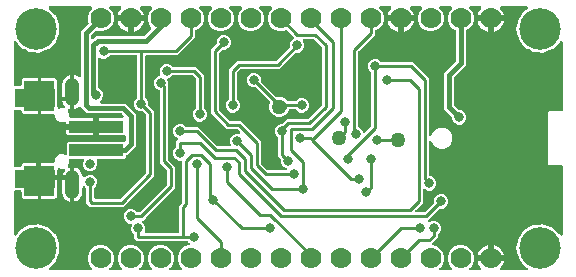
<source format=gbr>
G04 EAGLE Gerber RS-274X export*
G75*
%MOMM*%
%FSLAX34Y34*%
%LPD*%
%INBottom Copper*%
%IPPOS*%
%AMOC8*
5,1,8,0,0,1.08239X$1,22.5*%
G01*
%ADD10R,2.500000X2.500000*%
%ADD11C,1.208000*%
%ADD12C,3.516000*%
%ADD13C,1.778000*%
%ADD14R,4.600000X1.000000*%
%ADD15R,3.400000X1.600000*%
%ADD16C,1.270000*%
%ADD17C,0.800100*%
%ADD18C,0.254000*%
%ADD19C,0.406400*%
%ADD20C,0.806400*%

G36*
X372785Y2558D02*
X372785Y2558D01*
X372924Y2571D01*
X372943Y2578D01*
X372964Y2581D01*
X373092Y2632D01*
X373224Y2679D01*
X373240Y2690D01*
X373259Y2698D01*
X373372Y2779D01*
X373487Y2857D01*
X373500Y2873D01*
X373517Y2884D01*
X373605Y2992D01*
X373697Y3096D01*
X373706Y3114D01*
X373719Y3129D01*
X373779Y3255D01*
X373842Y3379D01*
X373846Y3399D01*
X373855Y3417D01*
X373881Y3554D01*
X373911Y3689D01*
X373911Y3710D01*
X373915Y3729D01*
X373906Y3868D01*
X373902Y4007D01*
X373896Y4027D01*
X373895Y4047D01*
X373852Y4179D01*
X373813Y4313D01*
X373803Y4330D01*
X373797Y4349D01*
X373722Y4467D01*
X373652Y4587D01*
X373633Y4608D01*
X373627Y4618D01*
X373612Y4632D01*
X373545Y4707D01*
X371740Y6513D01*
X370077Y10527D01*
X370077Y14873D01*
X371740Y18887D01*
X374813Y21960D01*
X378827Y23623D01*
X383173Y23623D01*
X387187Y21960D01*
X390260Y18887D01*
X391923Y14873D01*
X391923Y10527D01*
X390260Y6513D01*
X388455Y4707D01*
X388369Y4598D01*
X388281Y4491D01*
X388272Y4472D01*
X388260Y4456D01*
X388204Y4328D01*
X388145Y4203D01*
X388141Y4183D01*
X388133Y4164D01*
X388111Y4026D01*
X388085Y3890D01*
X388087Y3870D01*
X388083Y3850D01*
X388096Y3711D01*
X388105Y3573D01*
X388111Y3554D01*
X388113Y3534D01*
X388160Y3402D01*
X388203Y3271D01*
X388214Y3253D01*
X388221Y3234D01*
X388299Y3119D01*
X388373Y3002D01*
X388388Y2988D01*
X388399Y2971D01*
X388504Y2879D01*
X388605Y2784D01*
X388623Y2774D01*
X388638Y2761D01*
X388762Y2697D01*
X388883Y2630D01*
X388903Y2625D01*
X388921Y2616D01*
X389057Y2586D01*
X389191Y2551D01*
X389219Y2549D01*
X389231Y2546D01*
X389252Y2547D01*
X389352Y2541D01*
X397330Y2541D01*
X397468Y2558D01*
X397606Y2571D01*
X397625Y2578D01*
X397645Y2581D01*
X397775Y2632D01*
X397905Y2679D01*
X397922Y2690D01*
X397941Y2698D01*
X398053Y2779D01*
X398168Y2857D01*
X398182Y2873D01*
X398198Y2884D01*
X398287Y2992D01*
X398379Y3096D01*
X398388Y3114D01*
X398401Y3129D01*
X398460Y3255D01*
X398523Y3379D01*
X398528Y3399D01*
X398536Y3417D01*
X398562Y3553D01*
X398593Y3689D01*
X398592Y3710D01*
X398596Y3729D01*
X398588Y3868D01*
X398583Y4007D01*
X398578Y4027D01*
X398576Y4047D01*
X398534Y4179D01*
X398495Y4313D01*
X398485Y4330D01*
X398478Y4349D01*
X398404Y4467D01*
X398333Y4587D01*
X398315Y4608D01*
X398308Y4618D01*
X398293Y4632D01*
X398227Y4708D01*
X397681Y5253D01*
X396623Y6709D01*
X395807Y8312D01*
X395251Y10023D01*
X395229Y10161D01*
X405130Y10161D01*
X405248Y10176D01*
X405367Y10183D01*
X405405Y10196D01*
X405445Y10201D01*
X405556Y10244D01*
X405669Y10281D01*
X405703Y10303D01*
X405741Y10318D01*
X405837Y10388D01*
X405938Y10451D01*
X405966Y10481D01*
X405998Y10504D01*
X406074Y10596D01*
X406156Y10683D01*
X406175Y10718D01*
X406201Y10749D01*
X406252Y10857D01*
X406309Y10961D01*
X406320Y11001D01*
X406337Y11037D01*
X406359Y11154D01*
X406389Y11269D01*
X406393Y11330D01*
X406397Y11350D01*
X406395Y11370D01*
X406399Y11430D01*
X406399Y12701D01*
X406401Y12701D01*
X406401Y11430D01*
X406416Y11312D01*
X406423Y11193D01*
X406436Y11155D01*
X406441Y11114D01*
X406485Y11004D01*
X406521Y10891D01*
X406543Y10856D01*
X406558Y10819D01*
X406628Y10723D01*
X406691Y10622D01*
X406721Y10594D01*
X406745Y10561D01*
X406836Y10486D01*
X406923Y10404D01*
X406958Y10384D01*
X406990Y10359D01*
X407097Y10308D01*
X407202Y10250D01*
X407241Y10240D01*
X407277Y10223D01*
X407394Y10201D01*
X407509Y10171D01*
X407570Y10167D01*
X407590Y10163D01*
X407610Y10165D01*
X407670Y10161D01*
X417571Y10161D01*
X417549Y10023D01*
X416993Y8312D01*
X416177Y6709D01*
X415119Y5253D01*
X414573Y4708D01*
X414488Y4598D01*
X414399Y4491D01*
X414390Y4472D01*
X414378Y4456D01*
X414323Y4328D01*
X414264Y4203D01*
X414260Y4183D01*
X414252Y4164D01*
X414230Y4026D01*
X414204Y3890D01*
X414205Y3870D01*
X414202Y3850D01*
X414215Y3711D01*
X414224Y3573D01*
X414230Y3554D01*
X414232Y3534D01*
X414279Y3403D01*
X414322Y3271D01*
X414332Y3253D01*
X414339Y3234D01*
X414417Y3120D01*
X414492Y3002D01*
X414506Y2988D01*
X414518Y2971D01*
X414622Y2879D01*
X414723Y2784D01*
X414741Y2774D01*
X414756Y2761D01*
X414880Y2698D01*
X415002Y2630D01*
X415021Y2625D01*
X415039Y2616D01*
X415175Y2586D01*
X415310Y2551D01*
X415338Y2549D01*
X415350Y2546D01*
X415370Y2547D01*
X415470Y2541D01*
X436668Y2541D01*
X436737Y2549D01*
X436807Y2548D01*
X436894Y2569D01*
X436983Y2581D01*
X437048Y2606D01*
X437116Y2623D01*
X437195Y2665D01*
X437279Y2698D01*
X437335Y2739D01*
X437397Y2771D01*
X437464Y2832D01*
X437536Y2884D01*
X437581Y2938D01*
X437632Y2985D01*
X437682Y3060D01*
X437739Y3129D01*
X437769Y3193D01*
X437807Y3251D01*
X437836Y3336D01*
X437874Y3417D01*
X437888Y3486D01*
X437910Y3552D01*
X437917Y3641D01*
X437934Y3729D01*
X437930Y3799D01*
X437935Y3869D01*
X437920Y3957D01*
X437915Y4047D01*
X437893Y4113D01*
X437881Y4182D01*
X437844Y4264D01*
X437816Y4349D01*
X437779Y4408D01*
X437750Y4472D01*
X437694Y4542D01*
X437646Y4618D01*
X437595Y4666D01*
X437552Y4721D01*
X437480Y4774D01*
X437415Y4836D01*
X437354Y4870D01*
X437298Y4912D01*
X437207Y4956D01*
X436603Y5560D01*
X436536Y5612D01*
X436475Y5673D01*
X436361Y5748D01*
X436352Y5755D01*
X436348Y5757D01*
X436341Y5762D01*
X434839Y6629D01*
X433049Y9093D01*
X433036Y9107D01*
X433026Y9123D01*
X432919Y9244D01*
X431683Y10480D01*
X431267Y11486D01*
X431232Y11546D01*
X431207Y11610D01*
X431121Y11746D01*
X429918Y13401D01*
X429357Y16039D01*
X429346Y16073D01*
X429341Y16109D01*
X429289Y16261D01*
X428697Y17689D01*
X428697Y19012D01*
X428691Y19064D01*
X428693Y19116D01*
X428670Y19276D01*
X428178Y21590D01*
X428670Y23904D01*
X428674Y23957D01*
X428687Y24007D01*
X428697Y24168D01*
X428697Y25491D01*
X429289Y26919D01*
X429298Y26953D01*
X429314Y26985D01*
X429357Y27141D01*
X429918Y29779D01*
X431121Y31434D01*
X431154Y31495D01*
X431196Y31550D01*
X431267Y31694D01*
X431683Y32700D01*
X432919Y33936D01*
X432931Y33951D01*
X432946Y33963D01*
X433049Y34087D01*
X434839Y36551D01*
X436341Y37418D01*
X436409Y37470D01*
X436483Y37514D01*
X436585Y37604D01*
X436594Y37611D01*
X436597Y37614D01*
X436603Y37620D01*
X437200Y38217D01*
X438976Y38952D01*
X438978Y38954D01*
X438981Y38954D01*
X439125Y39026D01*
X442089Y40737D01*
X443508Y40886D01*
X443608Y40910D01*
X443709Y40924D01*
X443797Y40954D01*
X443818Y40959D01*
X443830Y40965D01*
X443861Y40976D01*
X444409Y41203D01*
X446453Y41203D01*
X446470Y41205D01*
X446586Y41210D01*
X450414Y41612D01*
X451483Y41265D01*
X451600Y41243D01*
X451715Y41213D01*
X451775Y41209D01*
X451795Y41205D01*
X451816Y41207D01*
X451875Y41203D01*
X452211Y41203D01*
X454119Y40413D01*
X454140Y40407D01*
X454213Y40378D01*
X458376Y39025D01*
X458988Y38475D01*
X459099Y38397D01*
X459207Y38316D01*
X459237Y38301D01*
X459249Y38293D01*
X459269Y38286D01*
X459351Y38245D01*
X459420Y38217D01*
X460715Y36922D01*
X460729Y36911D01*
X460763Y36876D01*
X464597Y33424D01*
X464810Y32946D01*
X464889Y32816D01*
X464917Y32747D01*
X464952Y32686D01*
X464978Y32621D01*
X465030Y32549D01*
X465075Y32471D01*
X465123Y32420D01*
X465164Y32364D01*
X465234Y32307D01*
X465296Y32242D01*
X465356Y32206D01*
X465409Y32161D01*
X465491Y32123D01*
X465567Y32076D01*
X465634Y32055D01*
X465697Y32026D01*
X465785Y32009D01*
X465871Y31982D01*
X465941Y31979D01*
X466010Y31966D01*
X466099Y31971D01*
X466189Y31967D01*
X466257Y31981D01*
X466327Y31986D01*
X466412Y32013D01*
X466500Y32031D01*
X466563Y32062D01*
X466629Y32084D01*
X466705Y32132D01*
X466786Y32171D01*
X466839Y32216D01*
X466898Y32254D01*
X466960Y32319D01*
X467028Y32377D01*
X467068Y32434D01*
X467116Y32485D01*
X467159Y32564D01*
X467211Y32637D01*
X467236Y32703D01*
X467270Y32764D01*
X467292Y32851D01*
X467324Y32935D01*
X467332Y33004D01*
X467349Y33072D01*
X467359Y33232D01*
X467359Y90170D01*
X467344Y90288D01*
X467337Y90407D01*
X467324Y90445D01*
X467319Y90486D01*
X467276Y90596D01*
X467239Y90709D01*
X467217Y90744D01*
X467202Y90781D01*
X467133Y90877D01*
X467069Y90978D01*
X467039Y91006D01*
X467016Y91039D01*
X466924Y91115D01*
X466837Y91196D01*
X466802Y91216D01*
X466771Y91241D01*
X466663Y91292D01*
X466559Y91350D01*
X466519Y91360D01*
X466483Y91377D01*
X466366Y91399D01*
X466251Y91429D01*
X466191Y91433D01*
X466171Y91437D01*
X466150Y91435D01*
X466090Y91439D01*
X456148Y91439D01*
X454659Y92928D01*
X454659Y135672D01*
X456148Y137161D01*
X466090Y137161D01*
X466208Y137176D01*
X466327Y137183D01*
X466365Y137196D01*
X466406Y137201D01*
X466516Y137244D01*
X466629Y137281D01*
X466664Y137303D01*
X466701Y137318D01*
X466797Y137387D01*
X466898Y137451D01*
X466926Y137481D01*
X466959Y137504D01*
X467035Y137596D01*
X467116Y137683D01*
X467136Y137718D01*
X467161Y137749D01*
X467212Y137857D01*
X467270Y137961D01*
X467280Y138001D01*
X467297Y138037D01*
X467319Y138154D01*
X467349Y138269D01*
X467353Y138329D01*
X467357Y138349D01*
X467355Y138370D01*
X467359Y138430D01*
X467359Y195368D01*
X467351Y195437D01*
X467352Y195507D01*
X467331Y195594D01*
X467319Y195683D01*
X467294Y195748D01*
X467277Y195816D01*
X467235Y195895D01*
X467202Y195979D01*
X467161Y196035D01*
X467129Y196097D01*
X467068Y196163D01*
X467016Y196236D01*
X466962Y196281D01*
X466915Y196332D01*
X466840Y196382D01*
X466771Y196439D01*
X466707Y196469D01*
X466649Y196507D01*
X466564Y196536D01*
X466483Y196574D01*
X466414Y196588D01*
X466348Y196610D01*
X466259Y196617D01*
X466171Y196634D01*
X466101Y196630D01*
X466031Y196635D01*
X465943Y196620D01*
X465853Y196614D01*
X465787Y196593D01*
X465718Y196581D01*
X465636Y196544D01*
X465551Y196516D01*
X465492Y196479D01*
X465428Y196450D01*
X465358Y196394D01*
X465282Y196346D01*
X465234Y196295D01*
X465179Y196252D01*
X465126Y196180D01*
X465064Y196115D01*
X465030Y196054D01*
X464988Y195998D01*
X464917Y195853D01*
X464904Y195821D01*
X464885Y195797D01*
X464880Y195789D01*
X464878Y195785D01*
X464873Y195774D01*
X464810Y195654D01*
X464597Y195176D01*
X460763Y191724D01*
X460751Y191710D01*
X460715Y191678D01*
X459420Y190383D01*
X459351Y190355D01*
X459234Y190288D01*
X459114Y190225D01*
X459087Y190204D01*
X459075Y190197D01*
X459060Y190182D01*
X458988Y190125D01*
X458376Y189575D01*
X454212Y188222D01*
X454193Y188213D01*
X454119Y188187D01*
X452211Y187397D01*
X451875Y187397D01*
X451757Y187382D01*
X451639Y187375D01*
X451580Y187360D01*
X451560Y187357D01*
X451541Y187350D01*
X451483Y187335D01*
X450414Y186988D01*
X446586Y187390D01*
X446568Y187390D01*
X446453Y187397D01*
X444409Y187397D01*
X443861Y187624D01*
X443762Y187651D01*
X443667Y187687D01*
X443575Y187702D01*
X443554Y187708D01*
X443541Y187708D01*
X443508Y187714D01*
X442089Y187863D01*
X439125Y189574D01*
X439123Y189575D01*
X439120Y189577D01*
X438976Y189648D01*
X437200Y190383D01*
X436603Y190980D01*
X436536Y191032D01*
X436475Y191093D01*
X436361Y191168D01*
X436352Y191175D01*
X436348Y191177D01*
X436341Y191182D01*
X434839Y192049D01*
X433049Y194513D01*
X433036Y194527D01*
X433026Y194543D01*
X432919Y194664D01*
X431683Y195900D01*
X431267Y196906D01*
X431232Y196966D01*
X431207Y197030D01*
X431121Y197166D01*
X429918Y198821D01*
X429357Y201459D01*
X429346Y201493D01*
X429341Y201529D01*
X429289Y201681D01*
X428697Y203109D01*
X428697Y204432D01*
X428691Y204484D01*
X428693Y204536D01*
X428670Y204696D01*
X428178Y207010D01*
X428670Y209324D01*
X428674Y209377D01*
X428687Y209427D01*
X428697Y209588D01*
X428697Y210911D01*
X429289Y212339D01*
X429298Y212373D01*
X429314Y212405D01*
X429357Y212561D01*
X429918Y215199D01*
X431121Y216854D01*
X431154Y216915D01*
X431196Y216970D01*
X431267Y217114D01*
X431683Y218120D01*
X432919Y219356D01*
X432931Y219371D01*
X432946Y219383D01*
X433049Y219507D01*
X434839Y221971D01*
X436341Y222838D01*
X436409Y222890D01*
X436483Y222934D01*
X436585Y223024D01*
X436594Y223031D01*
X436597Y223034D01*
X436603Y223040D01*
X437216Y223653D01*
X437279Y223678D01*
X437351Y223730D01*
X437429Y223775D01*
X437480Y223823D01*
X437536Y223864D01*
X437593Y223934D01*
X437658Y223996D01*
X437694Y224056D01*
X437739Y224109D01*
X437777Y224191D01*
X437824Y224267D01*
X437845Y224334D01*
X437874Y224397D01*
X437891Y224485D01*
X437918Y224571D01*
X437921Y224641D01*
X437934Y224710D01*
X437929Y224799D01*
X437933Y224889D01*
X437919Y224957D01*
X437914Y225027D01*
X437887Y225112D01*
X437869Y225200D01*
X437838Y225263D01*
X437816Y225329D01*
X437768Y225405D01*
X437729Y225486D01*
X437684Y225539D01*
X437646Y225598D01*
X437581Y225660D01*
X437523Y225728D01*
X437466Y225768D01*
X437415Y225816D01*
X437336Y225859D01*
X437263Y225911D01*
X437197Y225936D01*
X437136Y225970D01*
X437049Y225992D01*
X436965Y226024D01*
X436896Y226032D01*
X436828Y226049D01*
X436668Y226059D01*
X415470Y226059D01*
X415332Y226042D01*
X415194Y226029D01*
X415175Y226022D01*
X415155Y226019D01*
X415025Y225968D01*
X414895Y225921D01*
X414878Y225910D01*
X414859Y225902D01*
X414747Y225821D01*
X414632Y225743D01*
X414618Y225727D01*
X414602Y225716D01*
X414513Y225608D01*
X414421Y225504D01*
X414412Y225486D01*
X414399Y225471D01*
X414340Y225345D01*
X414277Y225221D01*
X414272Y225201D01*
X414264Y225183D01*
X414238Y225047D01*
X414207Y224911D01*
X414208Y224890D01*
X414204Y224871D01*
X414212Y224731D01*
X414217Y224593D01*
X414222Y224573D01*
X414224Y224553D01*
X414266Y224421D01*
X414305Y224287D01*
X414315Y224270D01*
X414322Y224251D01*
X414396Y224133D01*
X414467Y224013D01*
X414485Y223992D01*
X414492Y223982D01*
X414507Y223968D01*
X414573Y223892D01*
X415119Y223347D01*
X416177Y221891D01*
X416993Y220288D01*
X417549Y218577D01*
X417571Y218439D01*
X407670Y218439D01*
X407552Y218424D01*
X407433Y218417D01*
X407395Y218404D01*
X407355Y218399D01*
X407244Y218356D01*
X407131Y218319D01*
X407097Y218297D01*
X407059Y218282D01*
X406963Y218212D01*
X406862Y218149D01*
X406834Y218119D01*
X406802Y218095D01*
X406726Y218004D01*
X406644Y217917D01*
X406625Y217882D01*
X406599Y217851D01*
X406548Y217743D01*
X406491Y217639D01*
X406480Y217599D01*
X406463Y217563D01*
X406441Y217446D01*
X406411Y217331D01*
X406407Y217270D01*
X406403Y217250D01*
X406405Y217230D01*
X406401Y217170D01*
X406401Y215899D01*
X406399Y215899D01*
X406399Y217170D01*
X406384Y217288D01*
X406377Y217407D01*
X406364Y217445D01*
X406359Y217485D01*
X406315Y217596D01*
X406279Y217709D01*
X406257Y217744D01*
X406242Y217781D01*
X406172Y217877D01*
X406109Y217978D01*
X406079Y218006D01*
X406055Y218039D01*
X405964Y218114D01*
X405877Y218196D01*
X405842Y218216D01*
X405810Y218241D01*
X405703Y218292D01*
X405598Y218350D01*
X405559Y218360D01*
X405523Y218377D01*
X405406Y218399D01*
X405291Y218429D01*
X405230Y218433D01*
X405210Y218437D01*
X405190Y218435D01*
X405130Y218439D01*
X395229Y218439D01*
X395251Y218577D01*
X395807Y220288D01*
X396623Y221891D01*
X397681Y223347D01*
X398227Y223892D01*
X398312Y224002D01*
X398401Y224109D01*
X398410Y224128D01*
X398422Y224144D01*
X398477Y224272D01*
X398536Y224397D01*
X398540Y224417D01*
X398548Y224436D01*
X398570Y224574D01*
X398596Y224710D01*
X398595Y224730D01*
X398598Y224750D01*
X398585Y224889D01*
X398576Y225027D01*
X398570Y225046D01*
X398568Y225066D01*
X398521Y225197D01*
X398478Y225329D01*
X398468Y225347D01*
X398461Y225366D01*
X398383Y225480D01*
X398308Y225598D01*
X398294Y225612D01*
X398282Y225629D01*
X398178Y225721D01*
X398077Y225816D01*
X398059Y225826D01*
X398044Y225839D01*
X397920Y225902D01*
X397798Y225970D01*
X397779Y225975D01*
X397761Y225984D01*
X397625Y226014D01*
X397490Y226049D01*
X397462Y226051D01*
X397450Y226054D01*
X397430Y226053D01*
X397330Y226059D01*
X389352Y226059D01*
X389215Y226042D01*
X389076Y226029D01*
X389057Y226022D01*
X389036Y226019D01*
X388908Y225968D01*
X388776Y225921D01*
X388760Y225910D01*
X388741Y225902D01*
X388628Y225821D01*
X388513Y225743D01*
X388500Y225727D01*
X388483Y225716D01*
X388395Y225608D01*
X388303Y225504D01*
X388294Y225486D01*
X388281Y225471D01*
X388221Y225345D01*
X388158Y225221D01*
X388154Y225201D01*
X388145Y225183D01*
X388119Y225046D01*
X388089Y224911D01*
X388089Y224890D01*
X388085Y224871D01*
X388094Y224732D01*
X388098Y224593D01*
X388104Y224573D01*
X388105Y224553D01*
X388148Y224421D01*
X388187Y224287D01*
X388197Y224270D01*
X388203Y224251D01*
X388278Y224133D01*
X388348Y224013D01*
X388367Y223992D01*
X388373Y223982D01*
X388388Y223968D01*
X388455Y223893D01*
X390260Y222087D01*
X391923Y218073D01*
X391923Y213727D01*
X390260Y209713D01*
X387187Y206640D01*
X385848Y206086D01*
X385823Y206071D01*
X385795Y206062D01*
X385685Y205992D01*
X385572Y205928D01*
X385551Y205907D01*
X385526Y205892D01*
X385437Y205797D01*
X385344Y205707D01*
X385328Y205682D01*
X385308Y205660D01*
X385245Y205546D01*
X385177Y205436D01*
X385169Y205407D01*
X385154Y205382D01*
X385122Y205256D01*
X385084Y205132D01*
X385082Y205102D01*
X385075Y205074D01*
X385065Y204913D01*
X385065Y176116D01*
X375276Y166328D01*
X375216Y166250D01*
X375148Y166178D01*
X375119Y166125D01*
X375082Y166077D01*
X375042Y165986D01*
X374994Y165899D01*
X374979Y165841D01*
X374955Y165785D01*
X374940Y165687D01*
X374915Y165591D01*
X374909Y165491D01*
X374905Y165471D01*
X374907Y165459D01*
X374905Y165431D01*
X374905Y143179D01*
X374917Y143081D01*
X374920Y142982D01*
X374937Y142924D01*
X374945Y142864D01*
X374981Y142772D01*
X375009Y142677D01*
X375039Y142625D01*
X375062Y142568D01*
X375120Y142488D01*
X375170Y142403D01*
X375236Y142327D01*
X375248Y142311D01*
X375258Y142303D01*
X375276Y142282D01*
X379073Y138485D01*
X379152Y138424D01*
X379224Y138356D01*
X379277Y138327D01*
X379325Y138290D01*
X379416Y138251D01*
X379502Y138203D01*
X379561Y138188D01*
X379617Y138164D01*
X379715Y138148D01*
X379810Y138123D01*
X379910Y138117D01*
X379931Y138114D01*
X379943Y138115D01*
X379971Y138113D01*
X380930Y138113D01*
X383148Y137195D01*
X384845Y135498D01*
X385763Y133280D01*
X385763Y130880D01*
X384845Y128662D01*
X383148Y126965D01*
X380930Y126047D01*
X378530Y126047D01*
X376312Y126965D01*
X374615Y128662D01*
X373697Y130880D01*
X373697Y131839D01*
X373684Y131937D01*
X373681Y132036D01*
X373665Y132095D01*
X373657Y132155D01*
X373620Y132247D01*
X373593Y132342D01*
X373562Y132394D01*
X373540Y132450D01*
X373482Y132530D01*
X373431Y132616D01*
X373365Y132691D01*
X373353Y132708D01*
X373344Y132715D01*
X373325Y132737D01*
X366775Y139286D01*
X366775Y169324D01*
X376564Y179112D01*
X376624Y179190D01*
X376692Y179262D01*
X376721Y179315D01*
X376758Y179363D01*
X376798Y179454D01*
X376846Y179541D01*
X376861Y179599D01*
X376885Y179655D01*
X376900Y179753D01*
X376925Y179849D01*
X376931Y179949D01*
X376935Y179969D01*
X376933Y179981D01*
X376935Y180009D01*
X376935Y204913D01*
X376932Y204942D01*
X376934Y204972D01*
X376912Y205100D01*
X376895Y205228D01*
X376885Y205256D01*
X376880Y205285D01*
X376826Y205404D01*
X376778Y205524D01*
X376761Y205548D01*
X376749Y205575D01*
X376668Y205676D01*
X376592Y205781D01*
X376569Y205800D01*
X376550Y205823D01*
X376447Y205901D01*
X376347Y205984D01*
X376320Y205997D01*
X376296Y206015D01*
X376152Y206086D01*
X374813Y206640D01*
X371740Y209713D01*
X370077Y213727D01*
X370077Y218073D01*
X371740Y222087D01*
X373545Y223893D01*
X373631Y224002D01*
X373719Y224109D01*
X373728Y224128D01*
X373740Y224144D01*
X373796Y224272D01*
X373855Y224397D01*
X373859Y224417D01*
X373867Y224436D01*
X373889Y224574D01*
X373915Y224710D01*
X373913Y224730D01*
X373917Y224750D01*
X373904Y224889D01*
X373895Y225027D01*
X373889Y225046D01*
X373887Y225066D01*
X373840Y225198D01*
X373797Y225329D01*
X373786Y225347D01*
X373779Y225366D01*
X373701Y225481D01*
X373627Y225598D01*
X373612Y225612D01*
X373601Y225629D01*
X373496Y225721D01*
X373395Y225816D01*
X373377Y225826D01*
X373362Y225839D01*
X373238Y225903D01*
X373117Y225970D01*
X373097Y225975D01*
X373079Y225984D01*
X372943Y226014D01*
X372809Y226049D01*
X372781Y226051D01*
X372769Y226054D01*
X372748Y226053D01*
X372648Y226059D01*
X363952Y226059D01*
X363815Y226042D01*
X363676Y226029D01*
X363657Y226022D01*
X363636Y226019D01*
X363508Y225968D01*
X363376Y225921D01*
X363360Y225910D01*
X363341Y225902D01*
X363228Y225821D01*
X363113Y225743D01*
X363100Y225727D01*
X363083Y225716D01*
X362995Y225608D01*
X362903Y225504D01*
X362894Y225486D01*
X362881Y225471D01*
X362821Y225345D01*
X362758Y225221D01*
X362754Y225201D01*
X362745Y225183D01*
X362719Y225046D01*
X362689Y224911D01*
X362689Y224890D01*
X362685Y224871D01*
X362694Y224732D01*
X362698Y224593D01*
X362704Y224573D01*
X362705Y224553D01*
X362748Y224421D01*
X362787Y224287D01*
X362797Y224270D01*
X362803Y224251D01*
X362878Y224133D01*
X362948Y224013D01*
X362967Y223992D01*
X362973Y223982D01*
X362988Y223968D01*
X363055Y223893D01*
X364860Y222087D01*
X366523Y218073D01*
X366523Y213727D01*
X364860Y209713D01*
X361787Y206640D01*
X357773Y204977D01*
X353427Y204977D01*
X349413Y206640D01*
X346340Y209713D01*
X344677Y213727D01*
X344677Y218073D01*
X346340Y222087D01*
X348145Y223893D01*
X348231Y224002D01*
X348319Y224109D01*
X348328Y224128D01*
X348340Y224144D01*
X348396Y224272D01*
X348455Y224397D01*
X348459Y224417D01*
X348467Y224436D01*
X348489Y224574D01*
X348515Y224710D01*
X348513Y224730D01*
X348517Y224750D01*
X348504Y224889D01*
X348495Y225027D01*
X348489Y225046D01*
X348487Y225066D01*
X348440Y225198D01*
X348397Y225329D01*
X348386Y225347D01*
X348379Y225366D01*
X348301Y225481D01*
X348227Y225598D01*
X348212Y225612D01*
X348201Y225629D01*
X348096Y225721D01*
X347995Y225816D01*
X347977Y225826D01*
X347962Y225839D01*
X347838Y225903D01*
X347717Y225970D01*
X347697Y225975D01*
X347679Y225984D01*
X347543Y226014D01*
X347409Y226049D01*
X347381Y226051D01*
X347369Y226054D01*
X347348Y226053D01*
X347248Y226059D01*
X339270Y226059D01*
X339132Y226042D01*
X338994Y226029D01*
X338975Y226022D01*
X338955Y226019D01*
X338825Y225968D01*
X338695Y225921D01*
X338678Y225910D01*
X338659Y225902D01*
X338547Y225821D01*
X338432Y225743D01*
X338418Y225727D01*
X338402Y225716D01*
X338313Y225608D01*
X338221Y225504D01*
X338212Y225486D01*
X338199Y225471D01*
X338140Y225345D01*
X338077Y225221D01*
X338072Y225201D01*
X338064Y225183D01*
X338038Y225047D01*
X338007Y224911D01*
X338008Y224890D01*
X338004Y224871D01*
X338012Y224731D01*
X338017Y224593D01*
X338022Y224573D01*
X338024Y224553D01*
X338066Y224421D01*
X338105Y224287D01*
X338115Y224270D01*
X338122Y224251D01*
X338196Y224133D01*
X338267Y224013D01*
X338285Y223992D01*
X338292Y223982D01*
X338307Y223968D01*
X338373Y223892D01*
X338919Y223347D01*
X339977Y221891D01*
X340793Y220288D01*
X341349Y218577D01*
X341371Y218439D01*
X331470Y218439D01*
X331352Y218424D01*
X331233Y218417D01*
X331195Y218404D01*
X331155Y218399D01*
X331044Y218356D01*
X330931Y218319D01*
X330897Y218297D01*
X330859Y218282D01*
X330763Y218212D01*
X330662Y218149D01*
X330634Y218119D01*
X330602Y218095D01*
X330526Y218004D01*
X330444Y217917D01*
X330425Y217882D01*
X330399Y217851D01*
X330348Y217743D01*
X330291Y217639D01*
X330280Y217599D01*
X330263Y217563D01*
X330241Y217446D01*
X330211Y217331D01*
X330207Y217270D01*
X330203Y217250D01*
X330205Y217230D01*
X330201Y217170D01*
X330201Y215899D01*
X330199Y215899D01*
X330199Y217170D01*
X330184Y217288D01*
X330177Y217407D01*
X330164Y217445D01*
X330159Y217485D01*
X330115Y217596D01*
X330079Y217709D01*
X330057Y217744D01*
X330042Y217781D01*
X329972Y217877D01*
X329909Y217978D01*
X329879Y218006D01*
X329855Y218039D01*
X329764Y218114D01*
X329677Y218196D01*
X329642Y218216D01*
X329610Y218241D01*
X329503Y218292D01*
X329398Y218350D01*
X329359Y218360D01*
X329323Y218377D01*
X329206Y218399D01*
X329091Y218429D01*
X329030Y218433D01*
X329010Y218437D01*
X328990Y218435D01*
X328930Y218439D01*
X319029Y218439D01*
X319051Y218577D01*
X319607Y220288D01*
X320423Y221891D01*
X321481Y223347D01*
X322027Y223892D01*
X322112Y224002D01*
X322201Y224109D01*
X322210Y224128D01*
X322222Y224144D01*
X322277Y224272D01*
X322336Y224397D01*
X322340Y224417D01*
X322348Y224436D01*
X322370Y224574D01*
X322396Y224710D01*
X322395Y224730D01*
X322398Y224750D01*
X322385Y224889D01*
X322376Y225027D01*
X322370Y225046D01*
X322368Y225066D01*
X322321Y225197D01*
X322278Y225329D01*
X322268Y225347D01*
X322261Y225366D01*
X322183Y225480D01*
X322108Y225598D01*
X322094Y225612D01*
X322082Y225629D01*
X321978Y225721D01*
X321877Y225816D01*
X321859Y225826D01*
X321844Y225839D01*
X321720Y225902D01*
X321598Y225970D01*
X321579Y225975D01*
X321561Y225984D01*
X321425Y226014D01*
X321290Y226049D01*
X321262Y226051D01*
X321250Y226054D01*
X321230Y226053D01*
X321130Y226059D01*
X313152Y226059D01*
X313015Y226042D01*
X312876Y226029D01*
X312857Y226022D01*
X312836Y226019D01*
X312708Y225968D01*
X312576Y225921D01*
X312560Y225910D01*
X312541Y225902D01*
X312428Y225821D01*
X312313Y225743D01*
X312300Y225727D01*
X312283Y225716D01*
X312195Y225608D01*
X312103Y225504D01*
X312094Y225486D01*
X312081Y225471D01*
X312021Y225345D01*
X311958Y225221D01*
X311954Y225201D01*
X311945Y225183D01*
X311919Y225046D01*
X311889Y224911D01*
X311889Y224890D01*
X311885Y224871D01*
X311894Y224732D01*
X311898Y224593D01*
X311904Y224573D01*
X311905Y224553D01*
X311948Y224421D01*
X311987Y224287D01*
X311997Y224270D01*
X312003Y224251D01*
X312078Y224133D01*
X312148Y224013D01*
X312167Y223992D01*
X312173Y223982D01*
X312188Y223968D01*
X312255Y223893D01*
X314060Y222087D01*
X315723Y218073D01*
X315723Y213727D01*
X314060Y209713D01*
X310987Y206640D01*
X308886Y205770D01*
X308861Y205755D01*
X308833Y205746D01*
X308723Y205677D01*
X308610Y205612D01*
X308589Y205592D01*
X308564Y205576D01*
X308475Y205481D01*
X308382Y205391D01*
X308366Y205366D01*
X308346Y205344D01*
X308283Y205231D01*
X308215Y205120D01*
X308207Y205092D01*
X308192Y205066D01*
X308160Y204940D01*
X308122Y204816D01*
X308120Y204787D01*
X308113Y204758D01*
X308103Y204597D01*
X308103Y201832D01*
X294504Y188234D01*
X294444Y188155D01*
X294376Y188083D01*
X294347Y188030D01*
X294310Y187982D01*
X294270Y187891D01*
X294222Y187805D01*
X294207Y187746D01*
X294183Y187691D01*
X294168Y187593D01*
X294143Y187497D01*
X294137Y187397D01*
X294133Y187376D01*
X294135Y187364D01*
X294133Y187336D01*
X294133Y124646D01*
X294136Y124617D01*
X294134Y124588D01*
X294156Y124460D01*
X294173Y124331D01*
X294183Y124303D01*
X294188Y124274D01*
X294242Y124156D01*
X294290Y124035D01*
X294307Y124011D01*
X294319Y123984D01*
X294400Y123883D01*
X294476Y123778D01*
X294499Y123759D01*
X294518Y123736D01*
X294621Y123658D01*
X294721Y123575D01*
X294748Y123562D01*
X294772Y123545D01*
X294916Y123474D01*
X295518Y123225D01*
X297215Y121528D01*
X297970Y119703D01*
X297995Y119660D01*
X298012Y119613D01*
X298074Y119522D01*
X298128Y119427D01*
X298163Y119391D01*
X298190Y119350D01*
X298273Y119277D01*
X298349Y119198D01*
X298392Y119172D01*
X298429Y119140D01*
X298527Y119090D01*
X298620Y119032D01*
X298668Y119018D01*
X298712Y118995D01*
X298819Y118971D01*
X298924Y118939D01*
X298974Y118936D01*
X299022Y118925D01*
X299132Y118929D01*
X299242Y118923D01*
X299291Y118933D01*
X299340Y118935D01*
X299446Y118966D01*
X299553Y118988D01*
X299598Y119010D01*
X299646Y119023D01*
X299740Y119079D01*
X299839Y119127D01*
X299877Y119160D01*
X299920Y119185D01*
X300041Y119291D01*
X304936Y124186D01*
X304996Y124265D01*
X305064Y124337D01*
X305093Y124390D01*
X305130Y124438D01*
X305170Y124529D01*
X305218Y124615D01*
X305233Y124674D01*
X305257Y124729D01*
X305272Y124827D01*
X305297Y124923D01*
X305303Y125023D01*
X305307Y125044D01*
X305305Y125056D01*
X305307Y125084D01*
X305307Y169505D01*
X305295Y169603D01*
X305292Y169702D01*
X305275Y169760D01*
X305267Y169820D01*
X305231Y169912D01*
X305203Y170007D01*
X305173Y170060D01*
X305150Y170116D01*
X305092Y170196D01*
X305042Y170281D01*
X304976Y170357D01*
X304964Y170373D01*
X304954Y170381D01*
X304936Y170402D01*
X303495Y171842D01*
X302577Y174060D01*
X302577Y176460D01*
X303495Y178678D01*
X305192Y180375D01*
X307410Y181293D01*
X309810Y181293D01*
X312028Y180375D01*
X313468Y178934D01*
X313546Y178874D01*
X313618Y178806D01*
X313671Y178777D01*
X313719Y178740D01*
X313810Y178700D01*
X313897Y178652D01*
X313955Y178637D01*
X314011Y178613D01*
X314109Y178598D01*
X314205Y178573D01*
X314305Y178567D01*
X314325Y178563D01*
X314337Y178565D01*
X314365Y178563D01*
X340458Y178563D01*
X353823Y165198D01*
X353823Y117563D01*
X353831Y117493D01*
X353830Y117424D01*
X353851Y117336D01*
X353863Y117247D01*
X353888Y117182D01*
X353905Y117114D01*
X353947Y117035D01*
X353980Y116951D01*
X354021Y116895D01*
X354053Y116833D01*
X354114Y116767D01*
X354166Y116694D01*
X354220Y116649D01*
X354267Y116598D01*
X354342Y116549D01*
X354411Y116491D01*
X354475Y116461D01*
X354533Y116423D01*
X354618Y116394D01*
X354699Y116356D01*
X354768Y116343D01*
X354834Y116320D01*
X354923Y116313D01*
X355011Y116296D01*
X355081Y116300D01*
X355151Y116295D01*
X355239Y116310D01*
X355329Y116316D01*
X355395Y116337D01*
X355464Y116349D01*
X355546Y116386D01*
X355631Y116414D01*
X355690Y116451D01*
X355754Y116480D01*
X355824Y116536D01*
X355900Y116584D01*
X355948Y116635D01*
X356002Y116678D01*
X356057Y116750D01*
X356118Y116815D01*
X356152Y116877D01*
X356194Y116932D01*
X356265Y117077D01*
X357236Y119421D01*
X359779Y121964D01*
X363102Y123341D01*
X366698Y123341D01*
X370021Y121964D01*
X372564Y119421D01*
X373941Y116098D01*
X373941Y112502D01*
X372564Y109179D01*
X370021Y106636D01*
X366698Y105259D01*
X363102Y105259D01*
X359779Y106636D01*
X357236Y109179D01*
X356265Y111523D01*
X356230Y111584D01*
X356204Y111649D01*
X356152Y111721D01*
X356107Y111799D01*
X356059Y111850D01*
X356018Y111906D01*
X355948Y111963D01*
X355886Y112028D01*
X355826Y112064D01*
X355773Y112109D01*
X355691Y112147D01*
X355615Y112194D01*
X355548Y112215D01*
X355485Y112244D01*
X355397Y112261D01*
X355311Y112288D01*
X355241Y112291D01*
X355172Y112304D01*
X355083Y112299D01*
X354993Y112303D01*
X354925Y112289D01*
X354855Y112284D01*
X354770Y112257D01*
X354682Y112239D01*
X354619Y112208D01*
X354553Y112186D01*
X354477Y112138D01*
X354396Y112099D01*
X354343Y112054D01*
X354284Y112016D01*
X354222Y111951D01*
X354154Y111892D01*
X354114Y111835D01*
X354066Y111785D01*
X354023Y111706D01*
X353971Y111632D01*
X353946Y111567D01*
X353912Y111506D01*
X353890Y111419D01*
X353858Y111335D01*
X353850Y111266D01*
X353833Y111198D01*
X353823Y111037D01*
X353823Y83502D01*
X353838Y83384D01*
X353845Y83266D01*
X353858Y83227D01*
X353863Y83187D01*
X353906Y83076D01*
X353943Y82963D01*
X353965Y82929D01*
X353980Y82891D01*
X354049Y82795D01*
X354113Y82694D01*
X354143Y82667D01*
X354166Y82634D01*
X354258Y82558D01*
X354345Y82476D01*
X354380Y82457D01*
X354411Y82431D01*
X354519Y82380D01*
X354623Y82323D01*
X354663Y82313D01*
X354699Y82296D01*
X354816Y82273D01*
X354931Y82243D01*
X354991Y82240D01*
X355011Y82236D01*
X355032Y82237D01*
X355092Y82233D01*
X355530Y82233D01*
X357748Y81315D01*
X359445Y79618D01*
X360363Y77400D01*
X360363Y75000D01*
X359445Y72782D01*
X357748Y71085D01*
X355530Y70167D01*
X353130Y70167D01*
X350912Y71085D01*
X350910Y71088D01*
X350800Y71173D01*
X350693Y71262D01*
X350674Y71271D01*
X350658Y71283D01*
X350530Y71339D01*
X350405Y71398D01*
X350385Y71401D01*
X350366Y71410D01*
X350229Y71431D01*
X350092Y71457D01*
X350072Y71456D01*
X350052Y71459D01*
X349914Y71446D01*
X349775Y71438D01*
X349756Y71431D01*
X349736Y71430D01*
X349605Y71383D01*
X349473Y71340D01*
X349455Y71329D01*
X349436Y71322D01*
X349322Y71244D01*
X349204Y71170D01*
X349190Y71155D01*
X349173Y71143D01*
X349081Y71039D01*
X348986Y70938D01*
X348976Y70920D01*
X348963Y70905D01*
X348899Y70781D01*
X348832Y70659D01*
X348827Y70640D01*
X348818Y70622D01*
X348788Y70486D01*
X348753Y70351D01*
X348751Y70323D01*
X348748Y70312D01*
X348749Y70291D01*
X348743Y70191D01*
X348743Y59592D01*
X346436Y57286D01*
X342880Y53729D01*
X342795Y53620D01*
X342706Y53513D01*
X342698Y53494D01*
X342685Y53478D01*
X342630Y53350D01*
X342571Y53225D01*
X342567Y53205D01*
X342559Y53186D01*
X342537Y53048D01*
X342511Y52912D01*
X342512Y52892D01*
X342509Y52872D01*
X342522Y52733D01*
X342531Y52595D01*
X342537Y52576D01*
X342539Y52556D01*
X342586Y52424D01*
X342629Y52293D01*
X342640Y52275D01*
X342647Y52256D01*
X342725Y52141D01*
X342799Y52024D01*
X342814Y52010D01*
X342825Y51993D01*
X342929Y51901D01*
X343031Y51806D01*
X343048Y51796D01*
X343064Y51783D01*
X343188Y51719D01*
X343309Y51652D01*
X343329Y51647D01*
X343347Y51638D01*
X343483Y51608D01*
X343617Y51573D01*
X343645Y51571D01*
X343657Y51568D01*
X343678Y51569D01*
X343778Y51563D01*
X349896Y51563D01*
X349994Y51575D01*
X350093Y51578D01*
X350152Y51595D01*
X350212Y51603D01*
X350304Y51639D01*
X350399Y51667D01*
X350451Y51697D01*
X350507Y51720D01*
X350587Y51778D01*
X350673Y51828D01*
X350748Y51894D01*
X350765Y51906D01*
X350773Y51916D01*
X350794Y51934D01*
X358085Y59226D01*
X358146Y59304D01*
X358214Y59376D01*
X358243Y59429D01*
X358280Y59477D01*
X358319Y59568D01*
X358367Y59655D01*
X358382Y59713D01*
X358406Y59769D01*
X358422Y59867D01*
X358447Y59963D01*
X358453Y60063D01*
X358456Y60083D01*
X358455Y60095D01*
X358457Y60123D01*
X358457Y62160D01*
X359375Y64378D01*
X361072Y66075D01*
X363290Y66993D01*
X365690Y66993D01*
X367908Y66075D01*
X369605Y64378D01*
X370523Y62160D01*
X370523Y59760D01*
X369605Y57542D01*
X367908Y55845D01*
X365690Y54927D01*
X363653Y54927D01*
X363555Y54914D01*
X363456Y54911D01*
X363398Y54895D01*
X363338Y54887D01*
X363246Y54850D01*
X363151Y54823D01*
X363098Y54792D01*
X363042Y54770D01*
X362962Y54712D01*
X362877Y54661D01*
X362801Y54595D01*
X362785Y54583D01*
X362777Y54574D01*
X362756Y54555D01*
X353589Y45388D01*
X353546Y45333D01*
X353496Y45285D01*
X353449Y45208D01*
X353394Y45137D01*
X353366Y45073D01*
X353330Y45014D01*
X353304Y44928D01*
X353268Y44845D01*
X353257Y44776D01*
X353236Y44710D01*
X353232Y44620D01*
X353218Y44531D01*
X353225Y44461D01*
X353221Y44392D01*
X353239Y44304D01*
X353248Y44215D01*
X353271Y44149D01*
X353286Y44080D01*
X353325Y44000D01*
X353355Y43915D01*
X353395Y43857D01*
X353425Y43795D01*
X353483Y43727D01*
X353534Y43652D01*
X353586Y43606D01*
X353632Y43553D01*
X353705Y43501D01*
X353772Y43442D01*
X353835Y43410D01*
X353892Y43370D01*
X353976Y43338D01*
X354056Y43297D01*
X354124Y43282D01*
X354189Y43257D01*
X354278Y43247D01*
X354366Y43227D01*
X354436Y43229D01*
X354505Y43222D01*
X354594Y43234D01*
X354684Y43237D01*
X354751Y43256D01*
X354820Y43266D01*
X354972Y43318D01*
X356940Y44133D01*
X359340Y44133D01*
X361558Y43215D01*
X363255Y41518D01*
X364173Y39300D01*
X364173Y36900D01*
X363255Y34682D01*
X361814Y33242D01*
X361754Y33164D01*
X361686Y33092D01*
X361657Y33039D01*
X361620Y32991D01*
X361580Y32900D01*
X361532Y32813D01*
X361517Y32755D01*
X361493Y32699D01*
X361478Y32601D01*
X361453Y32505D01*
X361447Y32405D01*
X361443Y32385D01*
X361445Y32373D01*
X361443Y32345D01*
X361443Y30382D01*
X359136Y28076D01*
X356850Y25789D01*
X356765Y25680D01*
X356676Y25573D01*
X356668Y25554D01*
X356655Y25538D01*
X356600Y25410D01*
X356541Y25285D01*
X356537Y25265D01*
X356529Y25246D01*
X356507Y25108D01*
X356481Y24972D01*
X356482Y24952D01*
X356479Y24932D01*
X356492Y24793D01*
X356501Y24655D01*
X356507Y24636D01*
X356509Y24616D01*
X356556Y24484D01*
X356599Y24353D01*
X356610Y24335D01*
X356617Y24316D01*
X356695Y24201D01*
X356769Y24084D01*
X356784Y24070D01*
X356795Y24053D01*
X356899Y23961D01*
X357001Y23866D01*
X357018Y23856D01*
X357034Y23843D01*
X357158Y23779D01*
X357279Y23712D01*
X357299Y23707D01*
X357317Y23698D01*
X357453Y23668D01*
X357587Y23633D01*
X357615Y23631D01*
X357627Y23628D01*
X357648Y23629D01*
X357748Y23623D01*
X357773Y23623D01*
X361787Y21960D01*
X364860Y18887D01*
X366523Y14873D01*
X366523Y10527D01*
X364860Y6513D01*
X363055Y4707D01*
X362969Y4598D01*
X362881Y4491D01*
X362872Y4472D01*
X362860Y4456D01*
X362804Y4328D01*
X362745Y4203D01*
X362741Y4183D01*
X362733Y4164D01*
X362711Y4026D01*
X362685Y3890D01*
X362687Y3870D01*
X362683Y3850D01*
X362696Y3711D01*
X362705Y3573D01*
X362711Y3554D01*
X362713Y3534D01*
X362760Y3402D01*
X362803Y3271D01*
X362814Y3253D01*
X362821Y3234D01*
X362899Y3119D01*
X362973Y3002D01*
X362988Y2988D01*
X362999Y2971D01*
X363104Y2879D01*
X363205Y2784D01*
X363223Y2774D01*
X363238Y2761D01*
X363362Y2697D01*
X363483Y2630D01*
X363503Y2625D01*
X363521Y2616D01*
X363657Y2586D01*
X363791Y2551D01*
X363819Y2549D01*
X363831Y2546D01*
X363852Y2547D01*
X363952Y2541D01*
X372648Y2541D01*
X372785Y2558D01*
G37*
G36*
X67985Y2558D02*
X67985Y2558D01*
X68124Y2571D01*
X68143Y2578D01*
X68164Y2581D01*
X68292Y2632D01*
X68424Y2679D01*
X68440Y2690D01*
X68459Y2698D01*
X68572Y2779D01*
X68687Y2857D01*
X68700Y2873D01*
X68717Y2884D01*
X68805Y2992D01*
X68897Y3096D01*
X68906Y3114D01*
X68919Y3129D01*
X68979Y3255D01*
X69042Y3379D01*
X69046Y3399D01*
X69055Y3417D01*
X69081Y3554D01*
X69111Y3689D01*
X69111Y3710D01*
X69115Y3729D01*
X69106Y3868D01*
X69102Y4007D01*
X69096Y4027D01*
X69095Y4047D01*
X69052Y4179D01*
X69013Y4313D01*
X69003Y4330D01*
X68997Y4349D01*
X68922Y4467D01*
X68852Y4587D01*
X68833Y4608D01*
X68827Y4618D01*
X68812Y4632D01*
X68745Y4707D01*
X66940Y6513D01*
X65277Y10527D01*
X65277Y14873D01*
X66940Y18887D01*
X70013Y21960D01*
X74027Y23623D01*
X78373Y23623D01*
X82387Y21960D01*
X85460Y18887D01*
X87123Y14873D01*
X87123Y10527D01*
X85460Y6513D01*
X83655Y4707D01*
X83569Y4598D01*
X83481Y4491D01*
X83472Y4472D01*
X83460Y4456D01*
X83404Y4328D01*
X83345Y4203D01*
X83341Y4183D01*
X83333Y4164D01*
X83311Y4026D01*
X83285Y3890D01*
X83287Y3870D01*
X83283Y3850D01*
X83296Y3711D01*
X83305Y3573D01*
X83311Y3554D01*
X83313Y3534D01*
X83360Y3402D01*
X83403Y3271D01*
X83414Y3253D01*
X83421Y3234D01*
X83499Y3119D01*
X83573Y3002D01*
X83588Y2988D01*
X83599Y2971D01*
X83704Y2879D01*
X83805Y2784D01*
X83823Y2774D01*
X83838Y2761D01*
X83962Y2697D01*
X84083Y2630D01*
X84103Y2625D01*
X84121Y2616D01*
X84257Y2586D01*
X84391Y2551D01*
X84419Y2549D01*
X84431Y2546D01*
X84452Y2547D01*
X84552Y2541D01*
X93248Y2541D01*
X93385Y2558D01*
X93524Y2571D01*
X93543Y2578D01*
X93564Y2581D01*
X93692Y2632D01*
X93824Y2679D01*
X93840Y2690D01*
X93859Y2698D01*
X93972Y2779D01*
X94087Y2857D01*
X94100Y2873D01*
X94117Y2884D01*
X94205Y2992D01*
X94297Y3096D01*
X94306Y3114D01*
X94319Y3129D01*
X94379Y3255D01*
X94442Y3379D01*
X94446Y3399D01*
X94455Y3417D01*
X94481Y3554D01*
X94511Y3689D01*
X94511Y3710D01*
X94515Y3729D01*
X94506Y3868D01*
X94502Y4007D01*
X94496Y4027D01*
X94495Y4047D01*
X94452Y4179D01*
X94413Y4313D01*
X94403Y4330D01*
X94397Y4349D01*
X94322Y4467D01*
X94252Y4587D01*
X94233Y4608D01*
X94227Y4618D01*
X94212Y4632D01*
X94145Y4707D01*
X92340Y6513D01*
X90677Y10527D01*
X90677Y14873D01*
X92340Y18887D01*
X95413Y21960D01*
X99427Y23623D01*
X103773Y23623D01*
X107787Y21960D01*
X110860Y18887D01*
X112523Y14873D01*
X112523Y10527D01*
X110860Y6513D01*
X109055Y4707D01*
X108969Y4598D01*
X108881Y4491D01*
X108872Y4472D01*
X108860Y4456D01*
X108804Y4328D01*
X108745Y4203D01*
X108741Y4183D01*
X108733Y4164D01*
X108711Y4026D01*
X108685Y3890D01*
X108687Y3870D01*
X108683Y3850D01*
X108696Y3711D01*
X108705Y3573D01*
X108711Y3554D01*
X108713Y3534D01*
X108760Y3402D01*
X108803Y3271D01*
X108814Y3253D01*
X108821Y3234D01*
X108899Y3119D01*
X108973Y3002D01*
X108988Y2988D01*
X108999Y2971D01*
X109104Y2879D01*
X109205Y2784D01*
X109223Y2774D01*
X109238Y2761D01*
X109362Y2697D01*
X109483Y2630D01*
X109503Y2625D01*
X109521Y2616D01*
X109657Y2586D01*
X109791Y2551D01*
X109819Y2549D01*
X109831Y2546D01*
X109852Y2547D01*
X109952Y2541D01*
X118648Y2541D01*
X118785Y2558D01*
X118924Y2571D01*
X118943Y2578D01*
X118964Y2581D01*
X119092Y2632D01*
X119224Y2679D01*
X119240Y2690D01*
X119259Y2698D01*
X119372Y2779D01*
X119487Y2857D01*
X119500Y2873D01*
X119517Y2884D01*
X119605Y2992D01*
X119697Y3096D01*
X119706Y3114D01*
X119719Y3129D01*
X119779Y3255D01*
X119842Y3379D01*
X119846Y3399D01*
X119855Y3417D01*
X119881Y3554D01*
X119911Y3689D01*
X119911Y3710D01*
X119915Y3729D01*
X119906Y3868D01*
X119902Y4007D01*
X119896Y4027D01*
X119895Y4047D01*
X119852Y4179D01*
X119813Y4313D01*
X119803Y4330D01*
X119797Y4349D01*
X119722Y4467D01*
X119652Y4587D01*
X119633Y4608D01*
X119627Y4618D01*
X119612Y4632D01*
X119545Y4707D01*
X117740Y6513D01*
X116077Y10527D01*
X116077Y14873D01*
X117740Y18887D01*
X120813Y21960D01*
X124827Y23623D01*
X129173Y23623D01*
X133187Y21960D01*
X136260Y18887D01*
X137923Y14873D01*
X137923Y10527D01*
X136260Y6513D01*
X134455Y4707D01*
X134369Y4598D01*
X134281Y4491D01*
X134272Y4472D01*
X134260Y4456D01*
X134204Y4328D01*
X134145Y4203D01*
X134141Y4183D01*
X134133Y4164D01*
X134111Y4026D01*
X134085Y3890D01*
X134087Y3870D01*
X134083Y3850D01*
X134096Y3711D01*
X134105Y3573D01*
X134111Y3554D01*
X134113Y3534D01*
X134160Y3402D01*
X134203Y3271D01*
X134214Y3253D01*
X134221Y3234D01*
X134299Y3119D01*
X134373Y3002D01*
X134388Y2988D01*
X134399Y2971D01*
X134504Y2879D01*
X134605Y2784D01*
X134623Y2774D01*
X134638Y2761D01*
X134762Y2697D01*
X134883Y2630D01*
X134903Y2625D01*
X134921Y2616D01*
X135057Y2586D01*
X135191Y2551D01*
X135219Y2549D01*
X135231Y2546D01*
X135252Y2547D01*
X135352Y2541D01*
X144048Y2541D01*
X144185Y2558D01*
X144324Y2571D01*
X144343Y2578D01*
X144364Y2581D01*
X144492Y2632D01*
X144624Y2679D01*
X144640Y2690D01*
X144659Y2698D01*
X144772Y2779D01*
X144887Y2857D01*
X144900Y2873D01*
X144917Y2884D01*
X145005Y2992D01*
X145097Y3096D01*
X145106Y3114D01*
X145119Y3129D01*
X145179Y3255D01*
X145242Y3379D01*
X145246Y3399D01*
X145255Y3417D01*
X145281Y3554D01*
X145311Y3689D01*
X145311Y3710D01*
X145315Y3729D01*
X145306Y3868D01*
X145302Y4007D01*
X145296Y4027D01*
X145295Y4047D01*
X145252Y4179D01*
X145213Y4313D01*
X145203Y4330D01*
X145197Y4349D01*
X145122Y4467D01*
X145052Y4587D01*
X145033Y4608D01*
X145027Y4618D01*
X145012Y4632D01*
X144945Y4707D01*
X143140Y6513D01*
X141477Y10527D01*
X141477Y14873D01*
X143140Y18887D01*
X146213Y21960D01*
X150239Y23628D01*
X150339Y23640D01*
X150477Y23653D01*
X150496Y23660D01*
X150516Y23663D01*
X150645Y23714D01*
X150776Y23761D01*
X150793Y23772D01*
X150812Y23780D01*
X150924Y23861D01*
X151040Y23939D01*
X151053Y23955D01*
X151069Y23966D01*
X151158Y24074D01*
X151250Y24178D01*
X151259Y24196D01*
X151272Y24211D01*
X151331Y24337D01*
X151395Y24461D01*
X151399Y24481D01*
X151408Y24499D01*
X151434Y24636D01*
X151464Y24771D01*
X151464Y24792D01*
X151467Y24811D01*
X151459Y24950D01*
X151455Y25089D01*
X151449Y25109D01*
X151448Y25129D01*
X151405Y25261D01*
X151366Y25395D01*
X151356Y25412D01*
X151350Y25431D01*
X151275Y25549D01*
X151205Y25669D01*
X151186Y25690D01*
X151180Y25700D01*
X151165Y25714D01*
X151098Y25789D01*
X150082Y26806D01*
X150004Y26866D01*
X149932Y26934D01*
X149879Y26963D01*
X149831Y27000D01*
X149740Y27040D01*
X149653Y27088D01*
X149595Y27103D01*
X149539Y27127D01*
X149441Y27142D01*
X149345Y27167D01*
X149245Y27173D01*
X149225Y27177D01*
X149213Y27175D01*
X149185Y27177D01*
X106582Y27177D01*
X104647Y29112D01*
X104647Y32345D01*
X104635Y32443D01*
X104632Y32542D01*
X104615Y32600D01*
X104607Y32660D01*
X104571Y32752D01*
X104543Y32847D01*
X104513Y32900D01*
X104490Y32956D01*
X104432Y33036D01*
X104382Y33121D01*
X104316Y33197D01*
X104304Y33213D01*
X104294Y33221D01*
X104276Y33242D01*
X102835Y34682D01*
X101917Y36900D01*
X101917Y39300D01*
X102389Y40440D01*
X102402Y40488D01*
X102423Y40533D01*
X102444Y40641D01*
X102473Y40747D01*
X102474Y40797D01*
X102483Y40846D01*
X102476Y40955D01*
X102478Y41065D01*
X102466Y41113D01*
X102463Y41163D01*
X102430Y41267D01*
X102404Y41374D01*
X102381Y41418D01*
X102365Y41465D01*
X102307Y41558D01*
X102255Y41655D01*
X102222Y41692D01*
X102195Y41734D01*
X102115Y41809D01*
X102041Y41891D01*
X102000Y41918D01*
X101964Y41952D01*
X101867Y42005D01*
X101776Y42065D01*
X101729Y42082D01*
X101685Y42106D01*
X101579Y42133D01*
X101475Y42169D01*
X101425Y42173D01*
X101377Y42185D01*
X101216Y42195D01*
X100394Y42195D01*
X98165Y43119D01*
X96459Y44825D01*
X95535Y47054D01*
X95535Y49466D01*
X96459Y51695D01*
X98165Y53401D01*
X100394Y54325D01*
X102806Y54325D01*
X105035Y53401D01*
X106502Y51934D01*
X106581Y51874D01*
X106653Y51806D01*
X106706Y51777D01*
X106754Y51740D01*
X106845Y51700D01*
X106931Y51652D01*
X106990Y51637D01*
X107045Y51613D01*
X107143Y51598D01*
X107239Y51573D01*
X107339Y51567D01*
X107360Y51563D01*
X107372Y51565D01*
X107400Y51563D01*
X108596Y51563D01*
X108694Y51575D01*
X108793Y51578D01*
X108852Y51595D01*
X108912Y51603D01*
X109004Y51639D01*
X109099Y51667D01*
X109151Y51697D01*
X109207Y51720D01*
X109287Y51778D01*
X109373Y51828D01*
X109448Y51894D01*
X109465Y51906D01*
X109473Y51916D01*
X109494Y51934D01*
X132216Y74656D01*
X132276Y74735D01*
X132344Y74807D01*
X132373Y74860D01*
X132410Y74908D01*
X132450Y74999D01*
X132498Y75085D01*
X132513Y75144D01*
X132537Y75199D01*
X132552Y75297D01*
X132577Y75393D01*
X132583Y75493D01*
X132587Y75513D01*
X132585Y75526D01*
X132587Y75554D01*
X132587Y87006D01*
X132575Y87104D01*
X132572Y87203D01*
X132555Y87262D01*
X132547Y87322D01*
X132511Y87414D01*
X132483Y87509D01*
X132453Y87561D01*
X132430Y87617D01*
X132372Y87697D01*
X132322Y87783D01*
X132256Y87858D01*
X132244Y87875D01*
X132234Y87883D01*
X132216Y87904D01*
X126237Y93882D01*
X126237Y154193D01*
X126234Y154223D01*
X126236Y154252D01*
X126214Y154380D01*
X126197Y154509D01*
X126187Y154536D01*
X126182Y154565D01*
X126128Y154684D01*
X126080Y154805D01*
X126063Y154829D01*
X126051Y154855D01*
X125970Y154957D01*
X125894Y155062D01*
X125871Y155081D01*
X125852Y155104D01*
X125749Y155182D01*
X125649Y155265D01*
X125622Y155277D01*
X125598Y155295D01*
X125454Y155366D01*
X123565Y156149D01*
X121859Y157855D01*
X120935Y160084D01*
X120935Y162496D01*
X121859Y164725D01*
X123565Y166431D01*
X125861Y167382D01*
X125964Y167441D01*
X126071Y167494D01*
X126102Y167520D01*
X126137Y167540D01*
X126222Y167623D01*
X126313Y167700D01*
X126336Y167733D01*
X126365Y167761D01*
X126428Y167863D01*
X126496Y167960D01*
X126510Y167998D01*
X126532Y168032D01*
X126567Y168146D01*
X126609Y168258D01*
X126613Y168298D01*
X126625Y168336D01*
X126631Y168455D01*
X126644Y168574D01*
X126638Y168614D01*
X126640Y168654D01*
X126616Y168771D01*
X126600Y168888D01*
X126580Y168945D01*
X126576Y168965D01*
X126567Y168984D01*
X126548Y169041D01*
X126047Y170250D01*
X126047Y172650D01*
X126965Y174868D01*
X128662Y176565D01*
X130880Y177483D01*
X133280Y177483D01*
X135498Y176565D01*
X136938Y175124D01*
X137016Y175064D01*
X137088Y174996D01*
X137141Y174967D01*
X137189Y174930D01*
X137280Y174890D01*
X137367Y174842D01*
X137425Y174827D01*
X137481Y174803D01*
X137579Y174788D01*
X137675Y174763D01*
X137775Y174757D01*
X137795Y174753D01*
X137807Y174755D01*
X137835Y174753D01*
X156308Y174753D01*
X163323Y167738D01*
X163323Y140375D01*
X163335Y140277D01*
X163338Y140178D01*
X163355Y140120D01*
X163363Y140060D01*
X163399Y139968D01*
X163427Y139873D01*
X163457Y139820D01*
X163480Y139764D01*
X163538Y139684D01*
X163588Y139599D01*
X163654Y139523D01*
X163666Y139507D01*
X163676Y139499D01*
X163694Y139478D01*
X165135Y138038D01*
X166053Y135820D01*
X166053Y133420D01*
X165135Y131202D01*
X163438Y129505D01*
X161220Y128587D01*
X158820Y128587D01*
X156602Y129505D01*
X154905Y131202D01*
X153987Y133420D01*
X153987Y135820D01*
X154905Y138038D01*
X156346Y139478D01*
X156406Y139556D01*
X156474Y139628D01*
X156503Y139681D01*
X156540Y139729D01*
X156580Y139820D01*
X156628Y139907D01*
X156643Y139965D01*
X156667Y140021D01*
X156682Y140119D01*
X156707Y140215D01*
X156713Y140315D01*
X156717Y140335D01*
X156715Y140347D01*
X156717Y140375D01*
X156717Y164476D01*
X156705Y164574D01*
X156702Y164673D01*
X156685Y164732D01*
X156677Y164792D01*
X156641Y164884D01*
X156613Y164979D01*
X156583Y165031D01*
X156560Y165087D01*
X156502Y165167D01*
X156452Y165253D01*
X156386Y165328D01*
X156374Y165345D01*
X156364Y165353D01*
X156346Y165374D01*
X153944Y167776D01*
X153865Y167836D01*
X153793Y167904D01*
X153740Y167933D01*
X153692Y167970D01*
X153601Y168010D01*
X153515Y168058D01*
X153456Y168073D01*
X153401Y168097D01*
X153303Y168112D01*
X153207Y168137D01*
X153107Y168143D01*
X153086Y168147D01*
X153074Y168145D01*
X153046Y168147D01*
X137835Y168147D01*
X137737Y168135D01*
X137638Y168132D01*
X137580Y168115D01*
X137520Y168107D01*
X137428Y168071D01*
X137333Y168043D01*
X137280Y168013D01*
X137224Y167990D01*
X137144Y167932D01*
X137059Y167882D01*
X136983Y167816D01*
X136967Y167804D01*
X136959Y167794D01*
X136938Y167776D01*
X135498Y166335D01*
X133236Y165399D01*
X133133Y165340D01*
X133026Y165287D01*
X132995Y165261D01*
X132960Y165241D01*
X132874Y165158D01*
X132784Y165081D01*
X132761Y165048D01*
X132732Y165020D01*
X132669Y164918D01*
X132601Y164821D01*
X132587Y164783D01*
X132565Y164749D01*
X132530Y164635D01*
X132488Y164524D01*
X132484Y164483D01*
X132472Y164445D01*
X132466Y164326D01*
X132453Y164208D01*
X132459Y164168D01*
X132457Y164127D01*
X132481Y164010D01*
X132497Y163893D01*
X132517Y163836D01*
X132521Y163816D01*
X132530Y163797D01*
X132549Y163740D01*
X133065Y162496D01*
X133065Y160084D01*
X132939Y159781D01*
X132937Y159772D01*
X132932Y159764D01*
X132895Y159619D01*
X132855Y159474D01*
X132855Y159465D01*
X132853Y159456D01*
X132843Y159295D01*
X132843Y97144D01*
X132855Y97046D01*
X132858Y96947D01*
X132875Y96888D01*
X132883Y96828D01*
X132919Y96736D01*
X132947Y96641D01*
X132977Y96589D01*
X133000Y96533D01*
X133058Y96453D01*
X133108Y96367D01*
X133174Y96292D01*
X133186Y96275D01*
X133196Y96267D01*
X133214Y96246D01*
X139193Y90268D01*
X139193Y72292D01*
X136887Y69986D01*
X136886Y69986D01*
X114164Y47264D01*
X111639Y44738D01*
X111566Y44644D01*
X111487Y44555D01*
X111469Y44519D01*
X111444Y44487D01*
X111397Y44377D01*
X111343Y44272D01*
X111334Y44232D01*
X111318Y44195D01*
X111299Y44077D01*
X111273Y43961D01*
X111274Y43921D01*
X111268Y43881D01*
X111279Y43762D01*
X111283Y43643D01*
X111294Y43605D01*
X111298Y43564D01*
X111338Y43452D01*
X111371Y43338D01*
X111392Y43303D01*
X111405Y43265D01*
X111472Y43166D01*
X111533Y43064D01*
X111572Y43019D01*
X111584Y43002D01*
X111599Y42988D01*
X111639Y42943D01*
X113065Y41518D01*
X113983Y39300D01*
X113983Y36900D01*
X113419Y35538D01*
X113406Y35490D01*
X113385Y35445D01*
X113364Y35337D01*
X113335Y35231D01*
X113334Y35181D01*
X113325Y35132D01*
X113332Y35023D01*
X113330Y34913D01*
X113342Y34865D01*
X113345Y34815D01*
X113378Y34711D01*
X113404Y34604D01*
X113427Y34560D01*
X113443Y34513D01*
X113501Y34420D01*
X113553Y34323D01*
X113586Y34286D01*
X113613Y34244D01*
X113693Y34169D01*
X113767Y34087D01*
X113808Y34060D01*
X113844Y34026D01*
X113941Y33973D01*
X114032Y33913D01*
X114080Y33896D01*
X114123Y33872D01*
X114229Y33845D01*
X114333Y33809D01*
X114383Y33805D01*
X114431Y33793D01*
X114592Y33783D01*
X141478Y33783D01*
X141596Y33798D01*
X141715Y33805D01*
X141753Y33818D01*
X141794Y33823D01*
X141904Y33866D01*
X142017Y33903D01*
X142052Y33925D01*
X142089Y33940D01*
X142185Y34009D01*
X142286Y34073D01*
X142314Y34103D01*
X142347Y34126D01*
X142423Y34218D01*
X142504Y34305D01*
X142524Y34340D01*
X142549Y34371D01*
X142600Y34479D01*
X142658Y34583D01*
X142668Y34623D01*
X142685Y34659D01*
X142707Y34776D01*
X142737Y34891D01*
X142741Y34951D01*
X142745Y34971D01*
X142743Y34992D01*
X142747Y35052D01*
X142747Y57248D01*
X144916Y59416D01*
X144976Y59495D01*
X145044Y59567D01*
X145073Y59620D01*
X145110Y59668D01*
X145150Y59759D01*
X145198Y59845D01*
X145213Y59904D01*
X145237Y59959D01*
X145252Y60057D01*
X145277Y60153D01*
X145283Y60253D01*
X145287Y60274D01*
X145285Y60286D01*
X145287Y60314D01*
X145287Y94298D01*
X145272Y94416D01*
X145265Y94534D01*
X145252Y94573D01*
X145247Y94613D01*
X145204Y94724D01*
X145167Y94837D01*
X145145Y94871D01*
X145130Y94909D01*
X145061Y95005D01*
X144997Y95106D01*
X144967Y95133D01*
X144944Y95166D01*
X144852Y95242D01*
X144765Y95324D01*
X144730Y95343D01*
X144699Y95369D01*
X144591Y95420D01*
X144487Y95477D01*
X144447Y95487D01*
X144411Y95504D01*
X144294Y95527D01*
X144179Y95557D01*
X144119Y95560D01*
X144099Y95564D01*
X144078Y95563D01*
X144018Y95567D01*
X142310Y95567D01*
X140092Y96485D01*
X138395Y98182D01*
X137477Y100400D01*
X137477Y102800D01*
X138395Y105018D01*
X139836Y106458D01*
X139896Y106536D01*
X139964Y106608D01*
X139993Y106661D01*
X140030Y106709D01*
X140070Y106800D01*
X140118Y106887D01*
X140133Y106945D01*
X140157Y107001D01*
X140172Y107099D01*
X140197Y107195D01*
X140203Y107295D01*
X140207Y107315D01*
X140205Y107327D01*
X140207Y107355D01*
X140207Y111858D01*
X141431Y113081D01*
X141461Y113121D01*
X141498Y113154D01*
X141558Y113246D01*
X141626Y113333D01*
X141645Y113378D01*
X141673Y113420D01*
X141708Y113524D01*
X141752Y113625D01*
X141760Y113674D01*
X141776Y113721D01*
X141785Y113830D01*
X141802Y113939D01*
X141797Y113988D01*
X141801Y114038D01*
X141782Y114146D01*
X141772Y114255D01*
X141755Y114302D01*
X141747Y114351D01*
X141702Y114451D01*
X141664Y114555D01*
X141636Y114596D01*
X141616Y114641D01*
X141547Y114727D01*
X141486Y114818D01*
X141449Y114851D01*
X141417Y114889D01*
X141330Y114956D01*
X141247Y115028D01*
X141203Y115051D01*
X141163Y115081D01*
X141019Y115152D01*
X140092Y115535D01*
X138395Y117232D01*
X137477Y119450D01*
X137477Y121850D01*
X138395Y124068D01*
X140092Y125765D01*
X142310Y126683D01*
X144710Y126683D01*
X146928Y125765D01*
X148368Y124324D01*
X148446Y124264D01*
X148518Y124196D01*
X148571Y124167D01*
X148619Y124130D01*
X148710Y124090D01*
X148797Y124042D01*
X148855Y124027D01*
X148911Y124003D01*
X149009Y123988D01*
X149105Y123963D01*
X149205Y123957D01*
X149225Y123953D01*
X149237Y123955D01*
X149265Y123953D01*
X158848Y123953D01*
X174986Y107814D01*
X175065Y107754D01*
X175137Y107686D01*
X175190Y107657D01*
X175238Y107620D01*
X175329Y107580D01*
X175415Y107532D01*
X175474Y107517D01*
X175529Y107493D01*
X175627Y107478D01*
X175723Y107453D01*
X175823Y107447D01*
X175844Y107443D01*
X175856Y107445D01*
X175884Y107443D01*
X185128Y107443D01*
X185178Y107449D01*
X185227Y107447D01*
X185335Y107469D01*
X185444Y107483D01*
X185490Y107501D01*
X185539Y107511D01*
X185637Y107559D01*
X185740Y107600D01*
X185780Y107629D01*
X185824Y107651D01*
X185908Y107722D01*
X185997Y107786D01*
X186029Y107825D01*
X186066Y107857D01*
X186130Y107947D01*
X186200Y108031D01*
X186221Y108076D01*
X186250Y108117D01*
X186289Y108220D01*
X186335Y108319D01*
X186345Y108368D01*
X186362Y108414D01*
X186374Y108524D01*
X186395Y108631D01*
X186392Y108681D01*
X186398Y108730D01*
X186382Y108839D01*
X186375Y108949D01*
X186360Y108996D01*
X186353Y109045D01*
X186301Y109198D01*
X185737Y110560D01*
X185737Y112960D01*
X186655Y115178D01*
X188352Y116875D01*
X190570Y117793D01*
X193073Y117793D01*
X193076Y117792D01*
X193146Y117791D01*
X193215Y117780D01*
X193305Y117789D01*
X193394Y117787D01*
X193462Y117803D01*
X193532Y117810D01*
X193616Y117840D01*
X193703Y117861D01*
X193765Y117894D01*
X193831Y117918D01*
X193905Y117968D01*
X193984Y118010D01*
X194036Y118057D01*
X194094Y118096D01*
X194153Y118163D01*
X194220Y118224D01*
X194258Y118282D01*
X194305Y118335D01*
X194345Y118414D01*
X194395Y118489D01*
X194417Y118556D01*
X194449Y118618D01*
X194469Y118705D01*
X194498Y118790D01*
X194504Y118860D01*
X194519Y118928D01*
X194516Y119018D01*
X194523Y119107D01*
X194511Y119176D01*
X194509Y119246D01*
X194484Y119332D01*
X194469Y119420D01*
X194440Y119484D01*
X194421Y119552D01*
X194375Y119629D01*
X194339Y119710D01*
X194295Y119765D01*
X194259Y119826D01*
X194153Y119946D01*
X192044Y122056D01*
X191965Y122116D01*
X191893Y122184D01*
X191840Y122213D01*
X191792Y122250D01*
X191701Y122290D01*
X191615Y122338D01*
X191556Y122353D01*
X191501Y122377D01*
X191403Y122392D01*
X191307Y122417D01*
X191207Y122423D01*
X191186Y122427D01*
X191174Y122425D01*
X191146Y122427D01*
X182782Y122427D01*
X169417Y135792D01*
X169417Y189328D01*
X173935Y193846D01*
X173996Y193924D01*
X174064Y193996D01*
X174093Y194049D01*
X174130Y194097D01*
X174169Y194188D01*
X174217Y194275D01*
X174232Y194333D01*
X174256Y194389D01*
X174272Y194487D01*
X174297Y194583D01*
X174303Y194683D01*
X174306Y194703D01*
X174305Y194715D01*
X174307Y194743D01*
X174307Y196780D01*
X175225Y198998D01*
X176922Y200695D01*
X179140Y201613D01*
X181540Y201613D01*
X183758Y200695D01*
X185455Y198998D01*
X186373Y196780D01*
X186373Y194380D01*
X185455Y192162D01*
X183758Y190465D01*
X181540Y189547D01*
X179503Y189547D01*
X179405Y189534D01*
X179306Y189531D01*
X179248Y189515D01*
X179188Y189507D01*
X179096Y189470D01*
X179001Y189443D01*
X178948Y189412D01*
X178892Y189390D01*
X178812Y189332D01*
X178727Y189281D01*
X178651Y189215D01*
X178635Y189203D01*
X178627Y189194D01*
X178606Y189175D01*
X176394Y186964D01*
X176334Y186885D01*
X176266Y186813D01*
X176237Y186760D01*
X176200Y186712D01*
X176160Y186621D01*
X176112Y186535D01*
X176097Y186476D01*
X176073Y186421D01*
X176058Y186323D01*
X176033Y186227D01*
X176027Y186127D01*
X176023Y186106D01*
X176025Y186094D01*
X176023Y186066D01*
X176023Y139054D01*
X176035Y138956D01*
X176038Y138857D01*
X176055Y138798D01*
X176063Y138738D01*
X176099Y138646D01*
X176127Y138551D01*
X176157Y138499D01*
X176180Y138443D01*
X176238Y138363D01*
X176288Y138277D01*
X176354Y138202D01*
X176366Y138185D01*
X176376Y138177D01*
X176394Y138156D01*
X185146Y129404D01*
X185225Y129344D01*
X185297Y129276D01*
X185350Y129247D01*
X185398Y129210D01*
X185489Y129170D01*
X185575Y129122D01*
X185634Y129107D01*
X185689Y129083D01*
X185787Y129068D01*
X185883Y129043D01*
X185983Y129037D01*
X186004Y129033D01*
X186016Y129035D01*
X186044Y129033D01*
X194408Y129033D01*
X211583Y111858D01*
X211583Y93334D01*
X211595Y93236D01*
X211598Y93137D01*
X211615Y93078D01*
X211623Y93018D01*
X211659Y92926D01*
X211687Y92831D01*
X211717Y92779D01*
X211740Y92723D01*
X211798Y92643D01*
X211848Y92557D01*
X211914Y92482D01*
X211926Y92465D01*
X211936Y92457D01*
X211954Y92436D01*
X216896Y87494D01*
X216975Y87434D01*
X217047Y87366D01*
X217100Y87337D01*
X217148Y87300D01*
X217239Y87260D01*
X217325Y87212D01*
X217384Y87197D01*
X217439Y87173D01*
X217537Y87158D01*
X217633Y87133D01*
X217733Y87127D01*
X217754Y87123D01*
X217766Y87125D01*
X217794Y87123D01*
X232424Y87123D01*
X232494Y87131D01*
X232563Y87130D01*
X232651Y87151D01*
X232740Y87163D01*
X232805Y87188D01*
X232873Y87205D01*
X232952Y87247D01*
X233036Y87280D01*
X233092Y87321D01*
X233154Y87353D01*
X233220Y87414D01*
X233293Y87466D01*
X233338Y87520D01*
X233389Y87567D01*
X233438Y87642D01*
X233496Y87711D01*
X233526Y87775D01*
X233564Y87833D01*
X233593Y87918D01*
X233631Y87999D01*
X233644Y88068D01*
X233667Y88134D01*
X233674Y88223D01*
X233691Y88311D01*
X233687Y88381D01*
X233692Y88451D01*
X233677Y88539D01*
X233671Y88629D01*
X233650Y88695D01*
X233638Y88764D01*
X233601Y88846D01*
X233573Y88931D01*
X233536Y88990D01*
X233507Y89054D01*
X233451Y89124D01*
X233403Y89200D01*
X233352Y89248D01*
X233309Y89302D01*
X233237Y89357D01*
X233172Y89418D01*
X233110Y89452D01*
X233055Y89494D01*
X232910Y89565D01*
X231532Y90135D01*
X229835Y91832D01*
X228917Y94050D01*
X228917Y96087D01*
X228904Y96185D01*
X228901Y96284D01*
X228885Y96342D01*
X228877Y96402D01*
X228840Y96494D01*
X228813Y96589D01*
X228782Y96642D01*
X228760Y96698D01*
X228702Y96778D01*
X228651Y96863D01*
X228585Y96939D01*
X228573Y96955D01*
X228564Y96963D01*
X228545Y96984D01*
X226567Y98962D01*
X226567Y114895D01*
X226555Y114993D01*
X226552Y115092D01*
X226535Y115150D01*
X226527Y115210D01*
X226491Y115302D01*
X226463Y115397D01*
X226433Y115450D01*
X226410Y115506D01*
X226352Y115586D01*
X226302Y115671D01*
X226236Y115747D01*
X226224Y115763D01*
X226214Y115771D01*
X226196Y115792D01*
X224755Y117232D01*
X223837Y119450D01*
X223837Y121850D01*
X224755Y124068D01*
X226452Y125765D01*
X228670Y126683D01*
X229437Y126683D01*
X229535Y126696D01*
X229634Y126699D01*
X229692Y126715D01*
X229752Y126723D01*
X229844Y126760D01*
X229939Y126787D01*
X229992Y126818D01*
X230048Y126840D01*
X230128Y126898D01*
X230213Y126949D01*
X230289Y127015D01*
X230305Y127027D01*
X230313Y127036D01*
X230334Y127055D01*
X233582Y130303D01*
X250836Y130303D01*
X250934Y130315D01*
X251033Y130318D01*
X251092Y130335D01*
X251152Y130343D01*
X251244Y130379D01*
X251339Y130407D01*
X251391Y130437D01*
X251447Y130460D01*
X251527Y130518D01*
X251613Y130568D01*
X251688Y130634D01*
X251705Y130646D01*
X251713Y130656D01*
X251734Y130674D01*
X263026Y141966D01*
X263086Y142045D01*
X263154Y142117D01*
X263183Y142170D01*
X263220Y142218D01*
X263260Y142309D01*
X263308Y142395D01*
X263323Y142454D01*
X263347Y142509D01*
X263362Y142607D01*
X263387Y142703D01*
X263393Y142803D01*
X263397Y142824D01*
X263395Y142836D01*
X263397Y142864D01*
X263397Y191146D01*
X263385Y191244D01*
X263382Y191343D01*
X263365Y191402D01*
X263357Y191462D01*
X263321Y191554D01*
X263293Y191649D01*
X263263Y191701D01*
X263240Y191757D01*
X263182Y191837D01*
X263132Y191923D01*
X263066Y191998D01*
X263054Y192015D01*
X263044Y192023D01*
X263026Y192044D01*
X256814Y198256D01*
X256735Y198316D01*
X256663Y198384D01*
X256610Y198413D01*
X256562Y198450D01*
X256471Y198490D01*
X256385Y198538D01*
X256326Y198553D01*
X256271Y198577D01*
X256173Y198592D01*
X256077Y198617D01*
X255977Y198623D01*
X255956Y198627D01*
X255944Y198625D01*
X255916Y198627D01*
X248579Y198627D01*
X248442Y198610D01*
X248303Y198597D01*
X248284Y198590D01*
X248264Y198587D01*
X248134Y198536D01*
X248004Y198489D01*
X247987Y198478D01*
X247968Y198470D01*
X247855Y198389D01*
X247740Y198311D01*
X247727Y198295D01*
X247711Y198284D01*
X247622Y198176D01*
X247530Y198072D01*
X247521Y198054D01*
X247508Y198039D01*
X247449Y197913D01*
X247385Y197789D01*
X247381Y197769D01*
X247372Y197751D01*
X247346Y197614D01*
X247316Y197479D01*
X247316Y197458D01*
X247313Y197439D01*
X247321Y197300D01*
X247325Y197161D01*
X247331Y197141D01*
X247332Y197121D01*
X247375Y196989D01*
X247414Y196855D01*
X247424Y196838D01*
X247430Y196819D01*
X247505Y196701D01*
X247575Y196581D01*
X247594Y196560D01*
X247600Y196550D01*
X247615Y196536D01*
X247682Y196460D01*
X247685Y196458D01*
X248603Y194240D01*
X248603Y191840D01*
X247685Y189622D01*
X245988Y187925D01*
X243770Y187007D01*
X241733Y187007D01*
X241635Y186994D01*
X241536Y186991D01*
X241478Y186975D01*
X241418Y186967D01*
X241326Y186930D01*
X241231Y186903D01*
X241178Y186872D01*
X241122Y186850D01*
X241042Y186792D01*
X240957Y186741D01*
X240881Y186675D01*
X240865Y186663D01*
X240857Y186654D01*
X240836Y186635D01*
X227428Y173227D01*
X194934Y173227D01*
X194836Y173215D01*
X194737Y173212D01*
X194678Y173195D01*
X194618Y173187D01*
X194526Y173151D01*
X194431Y173123D01*
X194379Y173093D01*
X194323Y173070D01*
X194243Y173012D01*
X194157Y172962D01*
X194082Y172896D01*
X194065Y172884D01*
X194057Y172874D01*
X194036Y172856D01*
X191634Y170454D01*
X191574Y170375D01*
X191506Y170303D01*
X191477Y170250D01*
X191440Y170202D01*
X191400Y170111D01*
X191352Y170025D01*
X191337Y169966D01*
X191313Y169911D01*
X191298Y169813D01*
X191273Y169717D01*
X191267Y169617D01*
X191263Y169596D01*
X191265Y169584D01*
X191263Y169556D01*
X191263Y147995D01*
X191275Y147897D01*
X191278Y147798D01*
X191295Y147740D01*
X191303Y147680D01*
X191339Y147588D01*
X191367Y147493D01*
X191397Y147440D01*
X191420Y147384D01*
X191478Y147304D01*
X191528Y147219D01*
X191594Y147143D01*
X191606Y147127D01*
X191616Y147119D01*
X191634Y147098D01*
X193075Y145658D01*
X193993Y143440D01*
X193993Y141040D01*
X193075Y138822D01*
X191378Y137125D01*
X189160Y136207D01*
X186760Y136207D01*
X184542Y137125D01*
X182845Y138822D01*
X181927Y141040D01*
X181927Y143440D01*
X182845Y145658D01*
X184286Y147098D01*
X184346Y147176D01*
X184414Y147248D01*
X184443Y147301D01*
X184480Y147349D01*
X184520Y147440D01*
X184568Y147527D01*
X184583Y147585D01*
X184607Y147641D01*
X184622Y147739D01*
X184647Y147835D01*
X184653Y147935D01*
X184657Y147955D01*
X184655Y147967D01*
X184657Y147995D01*
X184657Y172818D01*
X191672Y179833D01*
X224166Y179833D01*
X224264Y179845D01*
X224363Y179848D01*
X224422Y179865D01*
X224482Y179873D01*
X224574Y179909D01*
X224669Y179937D01*
X224721Y179967D01*
X224777Y179990D01*
X224857Y180048D01*
X224943Y180098D01*
X225018Y180164D01*
X225035Y180176D01*
X225043Y180186D01*
X225064Y180204D01*
X236165Y191306D01*
X236226Y191384D01*
X236294Y191456D01*
X236323Y191509D01*
X236360Y191557D01*
X236399Y191648D01*
X236447Y191735D01*
X236462Y191793D01*
X236486Y191849D01*
X236502Y191947D01*
X236527Y192043D01*
X236533Y192143D01*
X236536Y192163D01*
X236535Y192175D01*
X236537Y192203D01*
X236537Y194240D01*
X237455Y196458D01*
X239152Y198155D01*
X239181Y198166D01*
X239224Y198191D01*
X239271Y198208D01*
X239362Y198270D01*
X239457Y198324D01*
X239493Y198359D01*
X239534Y198386D01*
X239607Y198469D01*
X239685Y198545D01*
X239712Y198588D01*
X239744Y198625D01*
X239794Y198723D01*
X239852Y198816D01*
X239866Y198864D01*
X239889Y198908D01*
X239913Y199015D01*
X239945Y199120D01*
X239948Y199170D01*
X239959Y199218D01*
X239955Y199328D01*
X239961Y199438D01*
X239950Y199487D01*
X239949Y199536D01*
X239918Y199642D01*
X239896Y199749D01*
X239874Y199794D01*
X239861Y199842D01*
X239805Y199936D01*
X239757Y200035D01*
X239724Y200073D01*
X239699Y200116D01*
X239593Y200237D01*
X234257Y205572D01*
X234233Y205591D01*
X234214Y205613D01*
X234108Y205688D01*
X234006Y205767D01*
X233978Y205779D01*
X233954Y205796D01*
X233833Y205842D01*
X233714Y205894D01*
X233685Y205898D01*
X233657Y205909D01*
X233528Y205923D01*
X233400Y205944D01*
X233370Y205941D01*
X233341Y205944D01*
X233212Y205926D01*
X233083Y205914D01*
X233055Y205904D01*
X233026Y205900D01*
X232874Y205848D01*
X230773Y204977D01*
X226427Y204977D01*
X222413Y206640D01*
X219340Y209713D01*
X217677Y213727D01*
X217677Y218073D01*
X219340Y222087D01*
X221145Y223893D01*
X221231Y224002D01*
X221319Y224109D01*
X221328Y224128D01*
X221340Y224144D01*
X221396Y224272D01*
X221455Y224397D01*
X221459Y224417D01*
X221467Y224436D01*
X221489Y224574D01*
X221515Y224710D01*
X221513Y224730D01*
X221517Y224750D01*
X221504Y224889D01*
X221495Y225027D01*
X221489Y225046D01*
X221487Y225066D01*
X221440Y225198D01*
X221397Y225329D01*
X221386Y225347D01*
X221379Y225366D01*
X221301Y225481D01*
X221227Y225598D01*
X221212Y225612D01*
X221201Y225629D01*
X221096Y225721D01*
X220995Y225816D01*
X220977Y225826D01*
X220962Y225839D01*
X220838Y225903D01*
X220717Y225970D01*
X220697Y225975D01*
X220679Y225984D01*
X220543Y226014D01*
X220409Y226049D01*
X220381Y226051D01*
X220369Y226054D01*
X220348Y226053D01*
X220248Y226059D01*
X211552Y226059D01*
X211415Y226042D01*
X211276Y226029D01*
X211257Y226022D01*
X211236Y226019D01*
X211108Y225968D01*
X210976Y225921D01*
X210960Y225910D01*
X210941Y225902D01*
X210828Y225821D01*
X210713Y225743D01*
X210700Y225727D01*
X210683Y225716D01*
X210595Y225608D01*
X210503Y225504D01*
X210494Y225486D01*
X210481Y225471D01*
X210421Y225345D01*
X210358Y225221D01*
X210354Y225201D01*
X210345Y225183D01*
X210319Y225046D01*
X210289Y224911D01*
X210289Y224890D01*
X210285Y224871D01*
X210294Y224732D01*
X210298Y224593D01*
X210304Y224573D01*
X210305Y224553D01*
X210348Y224421D01*
X210387Y224287D01*
X210397Y224270D01*
X210403Y224251D01*
X210478Y224133D01*
X210548Y224013D01*
X210567Y223992D01*
X210573Y223982D01*
X210588Y223968D01*
X210655Y223893D01*
X212460Y222087D01*
X214123Y218073D01*
X214123Y213727D01*
X212460Y209713D01*
X209387Y206640D01*
X205373Y204977D01*
X201027Y204977D01*
X197013Y206640D01*
X193940Y209713D01*
X192277Y213727D01*
X192277Y218073D01*
X193940Y222087D01*
X195745Y223893D01*
X195831Y224002D01*
X195919Y224109D01*
X195928Y224128D01*
X195940Y224144D01*
X195996Y224272D01*
X196055Y224397D01*
X196059Y224417D01*
X196067Y224436D01*
X196089Y224574D01*
X196115Y224710D01*
X196113Y224730D01*
X196117Y224750D01*
X196104Y224889D01*
X196095Y225027D01*
X196089Y225046D01*
X196087Y225066D01*
X196040Y225198D01*
X195997Y225329D01*
X195986Y225347D01*
X195979Y225366D01*
X195901Y225481D01*
X195827Y225598D01*
X195812Y225612D01*
X195801Y225629D01*
X195696Y225721D01*
X195595Y225816D01*
X195577Y225826D01*
X195562Y225839D01*
X195438Y225903D01*
X195317Y225970D01*
X195297Y225975D01*
X195279Y225984D01*
X195143Y226014D01*
X195009Y226049D01*
X194981Y226051D01*
X194969Y226054D01*
X194948Y226053D01*
X194848Y226059D01*
X186152Y226059D01*
X186015Y226042D01*
X185876Y226029D01*
X185857Y226022D01*
X185836Y226019D01*
X185708Y225968D01*
X185576Y225921D01*
X185560Y225910D01*
X185541Y225902D01*
X185428Y225821D01*
X185313Y225743D01*
X185300Y225727D01*
X185283Y225716D01*
X185195Y225608D01*
X185103Y225504D01*
X185094Y225486D01*
X185081Y225471D01*
X185021Y225345D01*
X184958Y225221D01*
X184954Y225201D01*
X184945Y225183D01*
X184919Y225046D01*
X184889Y224911D01*
X184889Y224890D01*
X184885Y224871D01*
X184894Y224732D01*
X184898Y224593D01*
X184904Y224573D01*
X184905Y224553D01*
X184948Y224421D01*
X184987Y224287D01*
X184997Y224270D01*
X185003Y224251D01*
X185078Y224133D01*
X185148Y224013D01*
X185167Y223992D01*
X185173Y223982D01*
X185188Y223968D01*
X185255Y223893D01*
X187060Y222087D01*
X188723Y218073D01*
X188723Y213727D01*
X187060Y209713D01*
X183987Y206640D01*
X179973Y204977D01*
X175627Y204977D01*
X171613Y206640D01*
X168540Y209713D01*
X166877Y213727D01*
X166877Y218073D01*
X168540Y222087D01*
X170345Y223893D01*
X170431Y224002D01*
X170519Y224109D01*
X170528Y224128D01*
X170540Y224144D01*
X170596Y224272D01*
X170655Y224397D01*
X170659Y224417D01*
X170667Y224436D01*
X170689Y224574D01*
X170715Y224710D01*
X170713Y224730D01*
X170717Y224750D01*
X170704Y224889D01*
X170695Y225027D01*
X170689Y225046D01*
X170687Y225066D01*
X170640Y225198D01*
X170597Y225329D01*
X170586Y225347D01*
X170579Y225366D01*
X170501Y225481D01*
X170427Y225598D01*
X170412Y225612D01*
X170401Y225629D01*
X170296Y225721D01*
X170195Y225816D01*
X170177Y225826D01*
X170162Y225839D01*
X170038Y225903D01*
X169917Y225970D01*
X169897Y225975D01*
X169879Y225984D01*
X169743Y226014D01*
X169609Y226049D01*
X169581Y226051D01*
X169569Y226054D01*
X169548Y226053D01*
X169448Y226059D01*
X160752Y226059D01*
X160615Y226042D01*
X160476Y226029D01*
X160457Y226022D01*
X160436Y226019D01*
X160308Y225968D01*
X160176Y225921D01*
X160160Y225910D01*
X160141Y225902D01*
X160028Y225821D01*
X159913Y225743D01*
X159900Y225727D01*
X159883Y225716D01*
X159795Y225608D01*
X159703Y225504D01*
X159694Y225486D01*
X159681Y225471D01*
X159621Y225345D01*
X159558Y225221D01*
X159554Y225201D01*
X159545Y225183D01*
X159519Y225046D01*
X159489Y224911D01*
X159489Y224890D01*
X159485Y224871D01*
X159494Y224732D01*
X159498Y224593D01*
X159504Y224573D01*
X159505Y224553D01*
X159548Y224421D01*
X159587Y224287D01*
X159597Y224270D01*
X159603Y224251D01*
X159678Y224133D01*
X159748Y224013D01*
X159767Y223992D01*
X159773Y223982D01*
X159788Y223968D01*
X159855Y223893D01*
X161660Y222087D01*
X163323Y218073D01*
X163323Y213727D01*
X161660Y209713D01*
X158587Y206640D01*
X156486Y205770D01*
X156461Y205755D01*
X156433Y205746D01*
X156323Y205677D01*
X156210Y205612D01*
X156189Y205592D01*
X156164Y205576D01*
X156075Y205481D01*
X155982Y205391D01*
X155966Y205366D01*
X155946Y205344D01*
X155883Y205231D01*
X155815Y205120D01*
X155807Y205092D01*
X155792Y205066D01*
X155760Y204940D01*
X155722Y204816D01*
X155720Y204787D01*
X155713Y204758D01*
X155703Y204597D01*
X155703Y199292D01*
X141068Y184657D01*
X115062Y184657D01*
X114944Y184642D01*
X114825Y184635D01*
X114787Y184622D01*
X114746Y184617D01*
X114636Y184574D01*
X114523Y184537D01*
X114488Y184515D01*
X114451Y184500D01*
X114355Y184431D01*
X114254Y184367D01*
X114226Y184337D01*
X114193Y184314D01*
X114117Y184222D01*
X114036Y184135D01*
X114016Y184100D01*
X113991Y184069D01*
X113940Y183961D01*
X113882Y183857D01*
X113872Y183817D01*
X113855Y183781D01*
X113833Y183664D01*
X113803Y183549D01*
X113799Y183489D01*
X113795Y183469D01*
X113797Y183448D01*
X113793Y183388D01*
X113793Y149265D01*
X113805Y149167D01*
X113808Y149068D01*
X113825Y149010D01*
X113833Y148950D01*
X113869Y148858D01*
X113897Y148763D01*
X113927Y148710D01*
X113950Y148654D01*
X114008Y148574D01*
X114058Y148489D01*
X114124Y148413D01*
X114136Y148397D01*
X114146Y148389D01*
X114164Y148368D01*
X115605Y146928D01*
X116523Y144710D01*
X116523Y142673D01*
X116536Y142575D01*
X116539Y142476D01*
X116555Y142418D01*
X116563Y142358D01*
X116600Y142266D01*
X116627Y142171D01*
X116658Y142118D01*
X116680Y142062D01*
X116738Y141982D01*
X116789Y141897D01*
X116855Y141821D01*
X116867Y141805D01*
X116876Y141797D01*
X116895Y141776D01*
X121413Y137258D01*
X121413Y82452D01*
X95348Y56387D01*
X67212Y56387D01*
X64007Y59592D01*
X64007Y71715D01*
X63995Y71813D01*
X63992Y71912D01*
X63975Y71970D01*
X63967Y72030D01*
X63931Y72122D01*
X63903Y72217D01*
X63873Y72270D01*
X63850Y72326D01*
X63792Y72406D01*
X63742Y72491D01*
X63676Y72567D01*
X63664Y72583D01*
X63654Y72591D01*
X63636Y72612D01*
X62927Y73320D01*
X62818Y73405D01*
X62711Y73494D01*
X62692Y73503D01*
X62676Y73515D01*
X62548Y73571D01*
X62423Y73630D01*
X62403Y73633D01*
X62384Y73642D01*
X62246Y73663D01*
X62110Y73689D01*
X62090Y73688D01*
X62070Y73691D01*
X61931Y73678D01*
X61793Y73670D01*
X61774Y73663D01*
X61754Y73662D01*
X61623Y73615D01*
X61491Y73572D01*
X61473Y73561D01*
X61454Y73554D01*
X61340Y73476D01*
X61222Y73402D01*
X61208Y73387D01*
X61191Y73375D01*
X61099Y73271D01*
X61004Y73170D01*
X60994Y73152D01*
X60981Y73137D01*
X60918Y73013D01*
X60850Y72891D01*
X60845Y72872D01*
X60836Y72854D01*
X60806Y72718D01*
X60771Y72583D01*
X60769Y72555D01*
X60766Y72543D01*
X60767Y72523D01*
X60761Y72423D01*
X60761Y68375D01*
X60431Y66717D01*
X59784Y65156D01*
X58845Y63750D01*
X57650Y62555D01*
X56244Y61616D01*
X54683Y60969D01*
X53929Y60819D01*
X53929Y80820D01*
X53914Y80938D01*
X53907Y81057D01*
X53894Y81095D01*
X53889Y81135D01*
X53846Y81246D01*
X53830Y81294D01*
X53840Y81312D01*
X53850Y81351D01*
X53867Y81387D01*
X53889Y81504D01*
X53919Y81620D01*
X53923Y81680D01*
X53927Y81700D01*
X53925Y81720D01*
X53929Y81780D01*
X53929Y89701D01*
X54683Y89551D01*
X56244Y88904D01*
X57650Y87965D01*
X58845Y86770D01*
X59784Y85364D01*
X60431Y83803D01*
X60744Y82229D01*
X60749Y82214D01*
X60750Y82200D01*
X60799Y82064D01*
X60845Y81927D01*
X60853Y81915D01*
X60858Y81901D01*
X60939Y81780D01*
X61017Y81660D01*
X61028Y81650D01*
X61036Y81637D01*
X61145Y81542D01*
X61251Y81444D01*
X61264Y81437D01*
X61275Y81427D01*
X61403Y81361D01*
X61531Y81293D01*
X61545Y81289D01*
X61558Y81282D01*
X61698Y81251D01*
X61839Y81216D01*
X61854Y81216D01*
X61868Y81213D01*
X62013Y81217D01*
X62157Y81218D01*
X62171Y81222D01*
X62186Y81222D01*
X62325Y81263D01*
X62465Y81299D01*
X62478Y81307D01*
X62492Y81311D01*
X62616Y81384D01*
X62742Y81455D01*
X62753Y81465D01*
X62766Y81472D01*
X62886Y81579D01*
X63892Y82585D01*
X66110Y83503D01*
X68510Y83503D01*
X70728Y82585D01*
X72425Y80888D01*
X73343Y78670D01*
X73343Y76270D01*
X72425Y74052D01*
X70984Y72612D01*
X70924Y72534D01*
X70856Y72462D01*
X70827Y72409D01*
X70790Y72361D01*
X70750Y72270D01*
X70702Y72183D01*
X70687Y72125D01*
X70663Y72069D01*
X70648Y71971D01*
X70623Y71875D01*
X70617Y71775D01*
X70613Y71755D01*
X70615Y71743D01*
X70613Y71715D01*
X70613Y64262D01*
X70628Y64144D01*
X70635Y64025D01*
X70648Y63987D01*
X70653Y63946D01*
X70696Y63836D01*
X70733Y63723D01*
X70755Y63688D01*
X70770Y63651D01*
X70840Y63554D01*
X70903Y63454D01*
X70933Y63426D01*
X70956Y63393D01*
X71048Y63317D01*
X71135Y63236D01*
X71170Y63216D01*
X71201Y63191D01*
X71309Y63140D01*
X71413Y63082D01*
X71453Y63072D01*
X71489Y63055D01*
X71606Y63033D01*
X71721Y63003D01*
X71781Y62999D01*
X71801Y62995D01*
X71822Y62997D01*
X71882Y62993D01*
X92086Y62993D01*
X92184Y63005D01*
X92283Y63008D01*
X92342Y63025D01*
X92402Y63033D01*
X92494Y63069D01*
X92589Y63097D01*
X92641Y63127D01*
X92697Y63150D01*
X92777Y63208D01*
X92863Y63258D01*
X92938Y63324D01*
X92955Y63336D01*
X92963Y63346D01*
X92984Y63364D01*
X114436Y84816D01*
X114496Y84895D01*
X114564Y84967D01*
X114593Y85020D01*
X114630Y85068D01*
X114670Y85159D01*
X114718Y85245D01*
X114733Y85304D01*
X114757Y85359D01*
X114772Y85457D01*
X114797Y85553D01*
X114803Y85653D01*
X114807Y85674D01*
X114805Y85686D01*
X114807Y85714D01*
X114807Y133996D01*
X114795Y134094D01*
X114792Y134193D01*
X114775Y134252D01*
X114767Y134312D01*
X114731Y134404D01*
X114703Y134499D01*
X114673Y134551D01*
X114650Y134607D01*
X114592Y134687D01*
X114542Y134773D01*
X114476Y134848D01*
X114464Y134865D01*
X114454Y134873D01*
X114436Y134894D01*
X112224Y137105D01*
X112146Y137166D01*
X112074Y137234D01*
X112021Y137263D01*
X111973Y137300D01*
X111882Y137339D01*
X111795Y137387D01*
X111737Y137402D01*
X111681Y137426D01*
X111583Y137442D01*
X111487Y137467D01*
X111387Y137473D01*
X111367Y137476D01*
X111355Y137475D01*
X111327Y137477D01*
X109290Y137477D01*
X107072Y138395D01*
X105375Y140092D01*
X104457Y142310D01*
X104457Y144710D01*
X105375Y146928D01*
X106816Y148368D01*
X106876Y148446D01*
X106944Y148518D01*
X106973Y148571D01*
X107010Y148619D01*
X107050Y148710D01*
X107098Y148797D01*
X107113Y148855D01*
X107137Y148911D01*
X107152Y149009D01*
X107177Y149105D01*
X107183Y149205D01*
X107187Y149225D01*
X107185Y149237D01*
X107187Y149265D01*
X107187Y183388D01*
X107172Y183506D01*
X107165Y183625D01*
X107152Y183663D01*
X107147Y183704D01*
X107104Y183814D01*
X107067Y183927D01*
X107045Y183962D01*
X107030Y183999D01*
X106961Y184095D01*
X106897Y184196D01*
X106867Y184224D01*
X106844Y184257D01*
X106752Y184333D01*
X106665Y184414D01*
X106630Y184434D01*
X106599Y184459D01*
X106491Y184510D01*
X106387Y184568D01*
X106347Y184578D01*
X106311Y184595D01*
X106194Y184617D01*
X106079Y184647D01*
X106019Y184651D01*
X105999Y184655D01*
X105978Y184653D01*
X105918Y184657D01*
X84495Y184657D01*
X84397Y184645D01*
X84298Y184642D01*
X84240Y184625D01*
X84180Y184617D01*
X84088Y184581D01*
X83993Y184553D01*
X83940Y184523D01*
X83884Y184500D01*
X83804Y184442D01*
X83719Y184392D01*
X83643Y184326D01*
X83627Y184314D01*
X83619Y184304D01*
X83598Y184286D01*
X82158Y182845D01*
X79940Y181927D01*
X77540Y181927D01*
X75670Y182701D01*
X75622Y182715D01*
X75577Y182736D01*
X75469Y182756D01*
X75363Y182785D01*
X75313Y182786D01*
X75264Y182796D01*
X75155Y182789D01*
X75045Y182790D01*
X74997Y182779D01*
X74947Y182776D01*
X74843Y182742D01*
X74736Y182716D01*
X74692Y182693D01*
X74645Y182678D01*
X74552Y182619D01*
X74455Y182568D01*
X74418Y182534D01*
X74376Y182508D01*
X74301Y182428D01*
X74219Y182354D01*
X74192Y182312D01*
X74158Y182276D01*
X74105Y182180D01*
X74045Y182088D01*
X74028Y182041D01*
X74004Y181997D01*
X73981Y181905D01*
X73977Y181898D01*
X73974Y181883D01*
X73941Y181787D01*
X73937Y181738D01*
X73925Y181690D01*
X73919Y181594D01*
X73917Y181585D01*
X73918Y181577D01*
X73915Y181529D01*
X73915Y157911D01*
X73918Y157882D01*
X73916Y157852D01*
X73938Y157724D01*
X73955Y157595D01*
X73965Y157568D01*
X73970Y157539D01*
X74024Y157420D01*
X74072Y157300D01*
X74089Y157276D01*
X74101Y157249D01*
X74182Y157148D01*
X74258Y157042D01*
X74281Y157024D01*
X74300Y157001D01*
X74403Y156923D01*
X74503Y156840D01*
X74530Y156827D01*
X74554Y156809D01*
X74698Y156738D01*
X75825Y156271D01*
X77531Y154565D01*
X78455Y152336D01*
X78455Y149924D01*
X77531Y147695D01*
X75768Y145931D01*
X75683Y145822D01*
X75594Y145715D01*
X75586Y145696D01*
X75573Y145680D01*
X75518Y145552D01*
X75459Y145427D01*
X75455Y145407D01*
X75447Y145388D01*
X75425Y145250D01*
X75399Y145114D01*
X75400Y145094D01*
X75397Y145074D01*
X75410Y144935D01*
X75419Y144797D01*
X75425Y144778D01*
X75427Y144758D01*
X75474Y144626D01*
X75517Y144495D01*
X75528Y144477D01*
X75535Y144458D01*
X75613Y144343D01*
X75687Y144226D01*
X75702Y144212D01*
X75713Y144195D01*
X75817Y144103D01*
X75919Y144008D01*
X75936Y143998D01*
X75952Y143985D01*
X76076Y143921D01*
X76197Y143854D01*
X76217Y143849D01*
X76235Y143840D01*
X76371Y143810D01*
X76505Y143775D01*
X76533Y143773D01*
X76545Y143770D01*
X76566Y143771D01*
X76666Y143765D01*
X96934Y143765D01*
X105665Y135034D01*
X105665Y107536D01*
X98107Y99978D01*
X98054Y99945D01*
X98026Y99915D01*
X97993Y99892D01*
X97917Y99800D01*
X97836Y99713D01*
X97816Y99678D01*
X97791Y99647D01*
X97740Y99539D01*
X97682Y99435D01*
X97672Y99395D01*
X97655Y99359D01*
X97633Y99242D01*
X97603Y99127D01*
X97599Y99067D01*
X97595Y99047D01*
X97597Y99026D01*
X97593Y98966D01*
X97593Y98458D01*
X96402Y97267D01*
X73852Y97267D01*
X73803Y97261D01*
X73753Y97263D01*
X73646Y97241D01*
X73537Y97227D01*
X73490Y97209D01*
X73442Y97199D01*
X73343Y97151D01*
X73241Y97110D01*
X73201Y97081D01*
X73156Y97059D01*
X73073Y96988D01*
X72984Y96924D01*
X72952Y96885D01*
X72914Y96853D01*
X72851Y96763D01*
X72781Y96679D01*
X72760Y96634D01*
X72731Y96593D01*
X72692Y96490D01*
X72645Y96391D01*
X72636Y96342D01*
X72618Y96296D01*
X72606Y96186D01*
X72586Y96079D01*
X72589Y96029D01*
X72583Y95980D01*
X72598Y95871D01*
X72605Y95761D01*
X72621Y95714D01*
X72628Y95665D01*
X72680Y95512D01*
X73343Y93910D01*
X73343Y91510D01*
X72425Y89292D01*
X70728Y87595D01*
X68510Y86677D01*
X66110Y86677D01*
X63892Y87595D01*
X62195Y89292D01*
X61277Y91510D01*
X61277Y93910D01*
X61940Y95512D01*
X61954Y95560D01*
X61975Y95605D01*
X61995Y95713D01*
X62024Y95819D01*
X62025Y95869D01*
X62034Y95918D01*
X62028Y96027D01*
X62029Y96137D01*
X62018Y96185D01*
X62015Y96235D01*
X61981Y96339D01*
X61955Y96446D01*
X61932Y96490D01*
X61917Y96537D01*
X61858Y96630D01*
X61807Y96727D01*
X61773Y96764D01*
X61747Y96806D01*
X61666Y96881D01*
X61593Y96963D01*
X61551Y96990D01*
X61515Y97024D01*
X61419Y97077D01*
X61327Y97137D01*
X61280Y97154D01*
X61236Y97178D01*
X61130Y97205D01*
X61026Y97241D01*
X60977Y97245D01*
X60928Y97257D01*
X60768Y97267D01*
X50490Y97267D01*
X50372Y97252D01*
X50253Y97245D01*
X50215Y97232D01*
X50174Y97227D01*
X50064Y97184D01*
X49951Y97147D01*
X49916Y97125D01*
X49879Y97110D01*
X49783Y97041D01*
X49682Y96977D01*
X49654Y96947D01*
X49621Y96924D01*
X49545Y96832D01*
X49464Y96745D01*
X49444Y96710D01*
X49419Y96679D01*
X49368Y96571D01*
X49310Y96467D01*
X49300Y96427D01*
X49283Y96391D01*
X49261Y96274D01*
X49231Y96159D01*
X49227Y96099D01*
X49223Y96079D01*
X49225Y96058D01*
X49221Y95998D01*
X49221Y93598D01*
X48261Y91282D01*
X48258Y91268D01*
X48250Y91255D01*
X48216Y91115D01*
X48177Y90976D01*
X48177Y90961D01*
X48174Y90947D01*
X48175Y90802D01*
X48172Y90658D01*
X48176Y90643D01*
X48176Y90629D01*
X48213Y90489D01*
X48247Y90348D01*
X48254Y90335D01*
X48257Y90321D01*
X48328Y90195D01*
X48395Y90067D01*
X48405Y90056D01*
X48412Y90044D01*
X48512Y89939D01*
X48609Y89832D01*
X48622Y89824D01*
X48632Y89813D01*
X48754Y89737D01*
X48875Y89657D01*
X48889Y89652D01*
X48901Y89645D01*
X49039Y89601D01*
X49176Y89554D01*
X49190Y89553D01*
X49205Y89548D01*
X49349Y89540D01*
X49493Y89529D01*
X49507Y89531D01*
X49522Y89531D01*
X49682Y89552D01*
X50431Y89701D01*
X50431Y83049D01*
X43779Y83049D01*
X43929Y83803D01*
X44576Y85364D01*
X45525Y86785D01*
X45532Y86798D01*
X45541Y86809D01*
X45602Y86940D01*
X45667Y87069D01*
X45670Y87084D01*
X45676Y87097D01*
X45704Y87238D01*
X45734Y87380D01*
X45733Y87395D01*
X45736Y87410D01*
X45727Y87553D01*
X45722Y87698D01*
X45717Y87712D01*
X45717Y87727D01*
X45672Y87864D01*
X45631Y88003D01*
X45623Y88015D01*
X45618Y88029D01*
X45541Y88152D01*
X45467Y88275D01*
X45456Y88286D01*
X45448Y88298D01*
X45343Y88397D01*
X45240Y88498D01*
X45228Y88506D01*
X45217Y88516D01*
X45090Y88586D01*
X44965Y88658D01*
X44951Y88662D01*
X44938Y88670D01*
X44798Y88706D01*
X44659Y88745D01*
X44645Y88745D01*
X44630Y88749D01*
X44470Y88759D01*
X41978Y88759D01*
X41348Y89021D01*
X41300Y89034D01*
X41255Y89055D01*
X41147Y89075D01*
X41041Y89104D01*
X40991Y89105D01*
X40942Y89115D01*
X40833Y89108D01*
X40723Y89110D01*
X40675Y89098D01*
X40625Y89095D01*
X40521Y89061D01*
X40414Y89035D01*
X40370Y89012D01*
X40323Y88997D01*
X40230Y88938D01*
X40133Y88887D01*
X40096Y88853D01*
X40054Y88827D01*
X39979Y88747D01*
X39897Y88673D01*
X39870Y88631D01*
X39836Y88595D01*
X39783Y88499D01*
X39723Y88407D01*
X39706Y88360D01*
X39682Y88317D01*
X39655Y88210D01*
X39619Y88106D01*
X39615Y88057D01*
X39603Y88009D01*
X39593Y87848D01*
X39593Y71458D01*
X39592Y71458D01*
X39532Y71380D01*
X39464Y71307D01*
X39435Y71254D01*
X39398Y71207D01*
X39358Y71116D01*
X39310Y71029D01*
X39295Y70970D01*
X39271Y70915D01*
X39256Y70817D01*
X39231Y70721D01*
X39225Y70621D01*
X39221Y70601D01*
X39222Y70588D01*
X39221Y70560D01*
X39221Y65466D01*
X39048Y64819D01*
X38713Y64240D01*
X38240Y63767D01*
X37661Y63432D01*
X37014Y63259D01*
X25679Y63259D01*
X25679Y68998D01*
X25664Y69116D01*
X25657Y69235D01*
X25644Y69273D01*
X25639Y69314D01*
X25596Y69424D01*
X25559Y69537D01*
X25537Y69572D01*
X25522Y69609D01*
X25453Y69705D01*
X25389Y69806D01*
X25359Y69834D01*
X25336Y69867D01*
X25244Y69943D01*
X25157Y70024D01*
X25122Y70044D01*
X25091Y70069D01*
X24983Y70120D01*
X24879Y70178D01*
X24839Y70188D01*
X24803Y70205D01*
X24686Y70227D01*
X24571Y70257D01*
X24511Y70261D01*
X24491Y70265D01*
X24470Y70263D01*
X24410Y70267D01*
X23950Y70267D01*
X23832Y70252D01*
X23713Y70245D01*
X23675Y70232D01*
X23634Y70227D01*
X23524Y70184D01*
X23411Y70147D01*
X23376Y70125D01*
X23339Y70110D01*
X23242Y70041D01*
X23142Y69977D01*
X23114Y69947D01*
X23081Y69924D01*
X23005Y69832D01*
X22924Y69745D01*
X22904Y69710D01*
X22879Y69679D01*
X22828Y69571D01*
X22770Y69467D01*
X22760Y69427D01*
X22743Y69391D01*
X22721Y69274D01*
X22691Y69159D01*
X22687Y69099D01*
X22683Y69079D01*
X22685Y69058D01*
X22681Y68998D01*
X22681Y63259D01*
X11346Y63259D01*
X10699Y63432D01*
X10120Y63767D01*
X9647Y64240D01*
X9312Y64819D01*
X9139Y65466D01*
X9139Y68998D01*
X9124Y69116D01*
X9117Y69235D01*
X9104Y69273D01*
X9099Y69314D01*
X9056Y69424D01*
X9019Y69537D01*
X8997Y69572D01*
X8982Y69609D01*
X8913Y69705D01*
X8849Y69806D01*
X8819Y69834D01*
X8796Y69867D01*
X8704Y69943D01*
X8617Y70024D01*
X8582Y70044D01*
X8551Y70069D01*
X8443Y70120D01*
X8339Y70178D01*
X8299Y70188D01*
X8263Y70205D01*
X8146Y70227D01*
X8031Y70257D01*
X7971Y70261D01*
X7951Y70265D01*
X7930Y70263D01*
X7870Y70267D01*
X3810Y70267D01*
X3692Y70252D01*
X3573Y70245D01*
X3535Y70232D01*
X3494Y70227D01*
X3384Y70184D01*
X3271Y70147D01*
X3236Y70125D01*
X3199Y70110D01*
X3103Y70041D01*
X3002Y69977D01*
X2974Y69947D01*
X2941Y69924D01*
X2865Y69832D01*
X2784Y69745D01*
X2764Y69710D01*
X2739Y69679D01*
X2688Y69571D01*
X2630Y69467D01*
X2620Y69427D01*
X2603Y69391D01*
X2581Y69274D01*
X2551Y69159D01*
X2547Y69099D01*
X2543Y69079D01*
X2545Y69058D01*
X2541Y68998D01*
X2541Y33232D01*
X2549Y33163D01*
X2548Y33093D01*
X2569Y33006D01*
X2581Y32917D01*
X2606Y32852D01*
X2623Y32784D01*
X2665Y32705D01*
X2698Y32621D01*
X2739Y32565D01*
X2771Y32503D01*
X2832Y32436D01*
X2884Y32364D01*
X2938Y32319D01*
X2985Y32268D01*
X3060Y32218D01*
X3129Y32161D01*
X3193Y32131D01*
X3251Y32093D01*
X3336Y32064D01*
X3417Y32026D01*
X3486Y32012D01*
X3552Y31990D01*
X3641Y31983D01*
X3729Y31966D01*
X3799Y31970D01*
X3869Y31965D01*
X3957Y31980D01*
X4047Y31985D01*
X4113Y32007D01*
X4182Y32019D01*
X4264Y32056D01*
X4349Y32084D01*
X4408Y32121D01*
X4472Y32150D01*
X4542Y32206D01*
X4618Y32254D01*
X4666Y32305D01*
X4721Y32348D01*
X4774Y32420D01*
X4836Y32485D01*
X4870Y32546D01*
X4912Y32602D01*
X4956Y32693D01*
X6199Y33936D01*
X6211Y33951D01*
X6226Y33963D01*
X6329Y34087D01*
X8119Y36551D01*
X9621Y37418D01*
X9689Y37470D01*
X9763Y37514D01*
X9865Y37604D01*
X9874Y37611D01*
X9877Y37614D01*
X9883Y37620D01*
X10480Y38217D01*
X12256Y38952D01*
X12258Y38954D01*
X12261Y38954D01*
X12405Y39026D01*
X15369Y40737D01*
X16788Y40886D01*
X16888Y40910D01*
X16989Y40924D01*
X17077Y40954D01*
X17098Y40959D01*
X17110Y40965D01*
X17141Y40976D01*
X17689Y41203D01*
X19733Y41203D01*
X19750Y41205D01*
X19866Y41210D01*
X23694Y41612D01*
X24763Y41265D01*
X24880Y41243D01*
X24995Y41213D01*
X25055Y41209D01*
X25075Y41205D01*
X25096Y41207D01*
X25155Y41203D01*
X25491Y41203D01*
X27399Y40412D01*
X27420Y40407D01*
X27493Y40378D01*
X31656Y39025D01*
X32268Y38475D01*
X32379Y38397D01*
X32487Y38316D01*
X32517Y38301D01*
X32529Y38293D01*
X32549Y38286D01*
X32631Y38245D01*
X32700Y38217D01*
X33995Y36922D01*
X34009Y36911D01*
X34043Y36876D01*
X37877Y33424D01*
X38090Y32946D01*
X38169Y32816D01*
X38440Y32161D01*
X38445Y32152D01*
X38453Y32131D01*
X41282Y25776D01*
X41282Y17404D01*
X38453Y11049D01*
X38450Y11039D01*
X38440Y11019D01*
X38184Y10401D01*
X38165Y10377D01*
X38160Y10369D01*
X38158Y10365D01*
X38153Y10354D01*
X38090Y10234D01*
X37877Y9756D01*
X34043Y6304D01*
X34031Y6290D01*
X33995Y6258D01*
X32684Y4947D01*
X32621Y4922D01*
X32549Y4870D01*
X32471Y4825D01*
X32420Y4777D01*
X32364Y4736D01*
X32307Y4666D01*
X32242Y4604D01*
X32206Y4544D01*
X32161Y4491D01*
X32123Y4409D01*
X32076Y4333D01*
X32055Y4266D01*
X32026Y4203D01*
X32009Y4115D01*
X31982Y4029D01*
X31979Y3959D01*
X31966Y3890D01*
X31971Y3801D01*
X31967Y3711D01*
X31981Y3643D01*
X31985Y3573D01*
X32013Y3488D01*
X32031Y3400D01*
X32062Y3337D01*
X32084Y3271D01*
X32132Y3195D01*
X32171Y3114D01*
X32216Y3061D01*
X32254Y3002D01*
X32319Y2940D01*
X32377Y2872D01*
X32434Y2832D01*
X32485Y2784D01*
X32564Y2741D01*
X32637Y2689D01*
X32703Y2664D01*
X32764Y2630D01*
X32851Y2608D01*
X32935Y2576D01*
X33004Y2568D01*
X33072Y2551D01*
X33232Y2541D01*
X67848Y2541D01*
X67985Y2558D01*
G37*
G36*
X8062Y90347D02*
X8062Y90347D01*
X8174Y90353D01*
X8219Y90367D01*
X8266Y90373D01*
X8370Y90414D01*
X8478Y90447D01*
X8518Y90472D01*
X8562Y90490D01*
X8652Y90555D01*
X8748Y90615D01*
X8781Y90649D01*
X8819Y90676D01*
X8891Y90763D01*
X8969Y90844D01*
X8992Y90885D01*
X9022Y90921D01*
X9070Y91023D01*
X9125Y91121D01*
X9148Y91190D01*
X9157Y91209D01*
X9161Y91227D01*
X9177Y91273D01*
X9312Y91781D01*
X9647Y92360D01*
X10120Y92833D01*
X10699Y93168D01*
X11346Y93341D01*
X22681Y93341D01*
X22681Y91602D01*
X22696Y91484D01*
X22703Y91365D01*
X22715Y91327D01*
X22721Y91286D01*
X22764Y91176D01*
X22801Y91063D01*
X22823Y91028D01*
X22838Y90991D01*
X22907Y90895D01*
X22971Y90794D01*
X23001Y90766D01*
X23024Y90733D01*
X23116Y90657D01*
X23203Y90576D01*
X23238Y90556D01*
X23269Y90531D01*
X23377Y90480D01*
X23481Y90422D01*
X23521Y90412D01*
X23557Y90395D01*
X23674Y90373D01*
X23789Y90343D01*
X23849Y90339D01*
X23869Y90335D01*
X23890Y90337D01*
X23950Y90333D01*
X24410Y90333D01*
X24528Y90348D01*
X24647Y90355D01*
X24685Y90368D01*
X24726Y90373D01*
X24836Y90416D01*
X24949Y90453D01*
X24984Y90475D01*
X25021Y90490D01*
X25117Y90559D01*
X25218Y90623D01*
X25246Y90653D01*
X25279Y90676D01*
X25355Y90768D01*
X25436Y90855D01*
X25456Y90890D01*
X25481Y90921D01*
X25532Y91029D01*
X25590Y91133D01*
X25600Y91173D01*
X25617Y91209D01*
X25639Y91326D01*
X25669Y91441D01*
X25673Y91501D01*
X25677Y91521D01*
X25675Y91542D01*
X25679Y91602D01*
X25679Y93341D01*
X35870Y93341D01*
X35988Y93356D01*
X36107Y93363D01*
X36145Y93376D01*
X36186Y93381D01*
X36296Y93424D01*
X36409Y93461D01*
X36444Y93483D01*
X36481Y93498D01*
X36577Y93567D01*
X36678Y93631D01*
X36706Y93661D01*
X36739Y93684D01*
X36815Y93776D01*
X36896Y93863D01*
X36916Y93898D01*
X36941Y93929D01*
X36992Y94037D01*
X37050Y94141D01*
X37060Y94181D01*
X37077Y94217D01*
X37099Y94334D01*
X37129Y94449D01*
X37133Y94509D01*
X37137Y94529D01*
X37135Y94550D01*
X37139Y94610D01*
X37139Y96002D01*
X38059Y98222D01*
X39758Y99921D01*
X41978Y100841D01*
X44382Y100841D01*
X45772Y100265D01*
X45820Y100252D01*
X45865Y100230D01*
X45973Y100210D01*
X46079Y100181D01*
X46129Y100180D01*
X46178Y100171D01*
X46287Y100177D01*
X46397Y100176D01*
X46445Y100187D01*
X46495Y100190D01*
X46599Y100224D01*
X46706Y100250D01*
X46750Y100273D01*
X46797Y100288D01*
X46890Y100347D01*
X46987Y100399D01*
X47024Y100432D01*
X47066Y100459D01*
X47141Y100539D01*
X47223Y100612D01*
X47250Y100654D01*
X47284Y100690D01*
X47337Y100786D01*
X47397Y100878D01*
X47414Y100925D01*
X47438Y100969D01*
X47465Y101075D01*
X47501Y101179D01*
X47505Y101229D01*
X47517Y101277D01*
X47527Y101437D01*
X47527Y110142D01*
X48718Y111333D01*
X96266Y111333D01*
X96384Y111348D01*
X96503Y111355D01*
X96541Y111368D01*
X96582Y111373D01*
X96692Y111416D01*
X96805Y111453D01*
X96840Y111475D01*
X96877Y111490D01*
X96973Y111559D01*
X97074Y111623D01*
X97102Y111653D01*
X97135Y111676D01*
X97211Y111768D01*
X97292Y111855D01*
X97312Y111890D01*
X97337Y111921D01*
X97388Y112029D01*
X97446Y112133D01*
X97456Y112173D01*
X97473Y112209D01*
X97495Y112326D01*
X97525Y112441D01*
X97529Y112501D01*
X97533Y112521D01*
X97531Y112542D01*
X97535Y112602D01*
X97535Y115545D01*
X97519Y115670D01*
X97510Y115795D01*
X97500Y115827D01*
X97495Y115860D01*
X97449Y115977D01*
X97409Y116096D01*
X97391Y116125D01*
X97378Y116156D01*
X97305Y116258D01*
X97236Y116363D01*
X97211Y116386D01*
X97192Y116413D01*
X97095Y116494D01*
X97002Y116579D01*
X96973Y116595D01*
X96947Y116616D01*
X96833Y116670D01*
X96722Y116729D01*
X96689Y116737D01*
X96659Y116752D01*
X96536Y116775D01*
X96413Y116805D01*
X96380Y116805D01*
X96347Y116811D01*
X96221Y116804D01*
X96095Y116803D01*
X96047Y116793D01*
X96029Y116792D01*
X96009Y116785D01*
X95937Y116771D01*
X95894Y116759D01*
X75059Y116759D01*
X75059Y123070D01*
X75044Y123188D01*
X75037Y123307D01*
X75024Y123345D01*
X75019Y123385D01*
X74976Y123496D01*
X74939Y123609D01*
X74917Y123643D01*
X74902Y123681D01*
X74833Y123777D01*
X74769Y123878D01*
X74739Y123906D01*
X74716Y123938D01*
X74624Y124014D01*
X74537Y124096D01*
X74502Y124115D01*
X74471Y124141D01*
X74363Y124192D01*
X74259Y124249D01*
X74219Y124259D01*
X74183Y124277D01*
X74076Y124297D01*
X74106Y124301D01*
X74216Y124345D01*
X74329Y124381D01*
X74364Y124403D01*
X74401Y124418D01*
X74497Y124488D01*
X74598Y124551D01*
X74626Y124581D01*
X74659Y124605D01*
X74735Y124696D01*
X74816Y124783D01*
X74836Y124818D01*
X74861Y124850D01*
X74912Y124957D01*
X74970Y125062D01*
X74980Y125101D01*
X74997Y125137D01*
X75019Y125254D01*
X75049Y125370D01*
X75053Y125430D01*
X75057Y125450D01*
X75055Y125470D01*
X75059Y125530D01*
X75059Y131841D01*
X94297Y131841D01*
X94435Y131858D01*
X94573Y131871D01*
X94592Y131878D01*
X94612Y131881D01*
X94741Y131932D01*
X94872Y131979D01*
X94889Y131990D01*
X94908Y131998D01*
X95020Y132079D01*
X95135Y132157D01*
X95149Y132173D01*
X95165Y132184D01*
X95254Y132292D01*
X95346Y132396D01*
X95355Y132414D01*
X95368Y132429D01*
X95427Y132555D01*
X95490Y132679D01*
X95495Y132699D01*
X95504Y132717D01*
X95530Y132854D01*
X95560Y132989D01*
X95560Y133010D01*
X95563Y133029D01*
X95555Y133167D01*
X95550Y133307D01*
X95545Y133327D01*
X95544Y133347D01*
X95501Y133479D01*
X95462Y133613D01*
X95452Y133630D01*
X95446Y133649D01*
X95371Y133767D01*
X95301Y133887D01*
X95282Y133908D01*
X95275Y133918D01*
X95260Y133932D01*
X95194Y134007D01*
X93938Y135264D01*
X93860Y135324D01*
X93788Y135392D01*
X93735Y135421D01*
X93687Y135458D01*
X93596Y135498D01*
X93509Y135546D01*
X93451Y135561D01*
X93395Y135585D01*
X93297Y135600D01*
X93201Y135625D01*
X93101Y135631D01*
X93081Y135635D01*
X93069Y135633D01*
X93041Y135635D01*
X64356Y135635D01*
X62188Y137804D01*
X59401Y140591D01*
X59307Y140664D01*
X59217Y140743D01*
X59181Y140761D01*
X59150Y140786D01*
X59040Y140833D01*
X58934Y140887D01*
X58895Y140896D01*
X58858Y140912D01*
X58740Y140931D01*
X58624Y140957D01*
X58583Y140956D01*
X58544Y140962D01*
X58424Y140951D01*
X58306Y140947D01*
X58267Y140936D01*
X58227Y140932D01*
X58115Y140892D01*
X58000Y140859D01*
X57966Y140838D01*
X57928Y140825D01*
X57829Y140758D01*
X57726Y140697D01*
X57681Y140657D01*
X57665Y140646D01*
X57662Y140643D01*
X56244Y139696D01*
X54683Y139049D01*
X53929Y138899D01*
X53929Y146820D01*
X53914Y146938D01*
X53907Y147057D01*
X53894Y147095D01*
X53889Y147135D01*
X53846Y147246D01*
X53830Y147294D01*
X53840Y147312D01*
X53850Y147351D01*
X53867Y147387D01*
X53889Y147504D01*
X53919Y147620D01*
X53923Y147680D01*
X53927Y147700D01*
X53925Y147720D01*
X53929Y147780D01*
X53929Y167781D01*
X54683Y167631D01*
X56244Y166984D01*
X57461Y166171D01*
X57474Y166165D01*
X57485Y166155D01*
X57616Y166094D01*
X57745Y166029D01*
X57760Y166026D01*
X57773Y166020D01*
X57914Y165993D01*
X58056Y165962D01*
X58071Y165963D01*
X58086Y165960D01*
X58229Y165969D01*
X58374Y165975D01*
X58388Y165979D01*
X58403Y165980D01*
X58540Y166024D01*
X58679Y166066D01*
X58691Y166073D01*
X58705Y166078D01*
X58828Y166155D01*
X58951Y166230D01*
X58962Y166240D01*
X58974Y166248D01*
X59073Y166353D01*
X59174Y166456D01*
X59182Y166469D01*
X59192Y166480D01*
X59262Y166606D01*
X59334Y166731D01*
X59338Y166745D01*
X59346Y166758D01*
X59382Y166898D01*
X59421Y167037D01*
X59421Y167052D01*
X59425Y167066D01*
X59435Y167227D01*
X59435Y204884D01*
X65557Y211005D01*
X65575Y211029D01*
X65597Y211048D01*
X65672Y211154D01*
X65752Y211256D01*
X65763Y211284D01*
X65780Y211308D01*
X65826Y211429D01*
X65878Y211548D01*
X65883Y211577D01*
X65893Y211605D01*
X65908Y211734D01*
X65928Y211862D01*
X65925Y211892D01*
X65928Y211921D01*
X65910Y212050D01*
X65898Y212179D01*
X65888Y212207D01*
X65884Y212236D01*
X65832Y212388D01*
X65277Y213727D01*
X65277Y218073D01*
X66940Y222087D01*
X68745Y223893D01*
X68831Y224002D01*
X68919Y224109D01*
X68928Y224128D01*
X68940Y224144D01*
X68996Y224272D01*
X69055Y224397D01*
X69059Y224417D01*
X69067Y224436D01*
X69089Y224574D01*
X69115Y224710D01*
X69113Y224730D01*
X69117Y224750D01*
X69104Y224889D01*
X69095Y225027D01*
X69089Y225046D01*
X69087Y225066D01*
X69040Y225198D01*
X68997Y225329D01*
X68986Y225347D01*
X68979Y225366D01*
X68901Y225481D01*
X68827Y225598D01*
X68812Y225612D01*
X68801Y225629D01*
X68696Y225721D01*
X68595Y225816D01*
X68577Y225826D01*
X68562Y225839D01*
X68438Y225903D01*
X68317Y225970D01*
X68297Y225975D01*
X68279Y225984D01*
X68143Y226014D01*
X68009Y226049D01*
X67981Y226051D01*
X67969Y226054D01*
X67948Y226053D01*
X67848Y226059D01*
X33232Y226059D01*
X33163Y226051D01*
X33093Y226052D01*
X33006Y226031D01*
X32917Y226019D01*
X32852Y225994D01*
X32784Y225977D01*
X32705Y225935D01*
X32621Y225902D01*
X32565Y225861D01*
X32503Y225829D01*
X32437Y225768D01*
X32364Y225716D01*
X32319Y225662D01*
X32268Y225615D01*
X32218Y225540D01*
X32161Y225471D01*
X32131Y225407D01*
X32093Y225349D01*
X32064Y225264D01*
X32026Y225183D01*
X32012Y225114D01*
X31990Y225048D01*
X31983Y224959D01*
X31966Y224871D01*
X31970Y224801D01*
X31965Y224731D01*
X31980Y224643D01*
X31986Y224553D01*
X32007Y224487D01*
X32019Y224418D01*
X32056Y224336D01*
X32084Y224251D01*
X32121Y224192D01*
X32150Y224128D01*
X32206Y224058D01*
X32254Y223982D01*
X32305Y223934D01*
X32348Y223879D01*
X32420Y223826D01*
X32485Y223764D01*
X32546Y223730D01*
X32602Y223688D01*
X32693Y223644D01*
X33995Y222342D01*
X34009Y222331D01*
X34043Y222296D01*
X37877Y218844D01*
X38090Y218366D01*
X38169Y218236D01*
X38440Y217581D01*
X38445Y217572D01*
X38453Y217551D01*
X41282Y211196D01*
X41282Y202824D01*
X38453Y196469D01*
X38450Y196459D01*
X38440Y196439D01*
X38184Y195821D01*
X38165Y195797D01*
X38160Y195789D01*
X38158Y195785D01*
X38153Y195774D01*
X38090Y195654D01*
X37877Y195176D01*
X34043Y191724D01*
X34031Y191710D01*
X33995Y191678D01*
X32700Y190383D01*
X32631Y190355D01*
X32514Y190288D01*
X32394Y190225D01*
X32367Y190204D01*
X32355Y190197D01*
X32340Y190182D01*
X32268Y190125D01*
X31656Y189575D01*
X27492Y188222D01*
X27473Y188213D01*
X27399Y188187D01*
X25491Y187397D01*
X25155Y187397D01*
X25037Y187382D01*
X24919Y187375D01*
X24860Y187360D01*
X24840Y187357D01*
X24821Y187350D01*
X24763Y187335D01*
X23694Y186988D01*
X19866Y187390D01*
X19848Y187390D01*
X19733Y187397D01*
X17689Y187397D01*
X17141Y187624D01*
X17042Y187651D01*
X16947Y187687D01*
X16855Y187702D01*
X16834Y187708D01*
X16821Y187708D01*
X16788Y187714D01*
X15369Y187863D01*
X12405Y189574D01*
X12403Y189575D01*
X12400Y189577D01*
X12256Y189648D01*
X10480Y190383D01*
X9883Y190980D01*
X9816Y191032D01*
X9755Y191093D01*
X9641Y191168D01*
X9632Y191175D01*
X9628Y191177D01*
X9621Y191182D01*
X8119Y192049D01*
X6329Y194513D01*
X6316Y194527D01*
X6306Y194543D01*
X6199Y194664D01*
X4947Y195916D01*
X4922Y195979D01*
X4870Y196051D01*
X4825Y196129D01*
X4777Y196180D01*
X4736Y196236D01*
X4666Y196293D01*
X4604Y196358D01*
X4544Y196394D01*
X4491Y196439D01*
X4409Y196477D01*
X4333Y196524D01*
X4266Y196545D01*
X4203Y196574D01*
X4115Y196591D01*
X4029Y196618D01*
X3959Y196621D01*
X3890Y196634D01*
X3801Y196629D01*
X3711Y196633D01*
X3643Y196619D01*
X3573Y196615D01*
X3488Y196587D01*
X3400Y196569D01*
X3337Y196538D01*
X3271Y196516D01*
X3195Y196468D01*
X3114Y196429D01*
X3061Y196384D01*
X3002Y196346D01*
X2940Y196281D01*
X2872Y196223D01*
X2832Y196166D01*
X2784Y196115D01*
X2741Y196036D01*
X2689Y195963D01*
X2664Y195897D01*
X2630Y195836D01*
X2608Y195749D01*
X2576Y195665D01*
X2568Y195596D01*
X2551Y195528D01*
X2541Y195368D01*
X2541Y159602D01*
X2556Y159484D01*
X2563Y159365D01*
X2576Y159327D01*
X2581Y159286D01*
X2624Y159176D01*
X2661Y159063D01*
X2683Y159028D01*
X2698Y158991D01*
X2767Y158895D01*
X2831Y158794D01*
X2861Y158766D01*
X2884Y158733D01*
X2976Y158657D01*
X3063Y158576D01*
X3098Y158556D01*
X3129Y158531D01*
X3237Y158480D01*
X3341Y158422D01*
X3381Y158412D01*
X3417Y158395D01*
X3534Y158373D01*
X3649Y158343D01*
X3709Y158339D01*
X3729Y158335D01*
X3750Y158337D01*
X3810Y158333D01*
X7870Y158333D01*
X7988Y158348D01*
X8107Y158355D01*
X8145Y158368D01*
X8186Y158373D01*
X8296Y158416D01*
X8409Y158453D01*
X8444Y158475D01*
X8481Y158490D01*
X8577Y158559D01*
X8678Y158623D01*
X8706Y158653D01*
X8739Y158676D01*
X8815Y158768D01*
X8896Y158855D01*
X8916Y158890D01*
X8941Y158921D01*
X8992Y159029D01*
X9050Y159133D01*
X9060Y159173D01*
X9077Y159209D01*
X9099Y159326D01*
X9129Y159441D01*
X9133Y159501D01*
X9137Y159521D01*
X9135Y159542D01*
X9139Y159602D01*
X9139Y163134D01*
X9312Y163781D01*
X9647Y164360D01*
X10120Y164833D01*
X10699Y165168D01*
X11346Y165341D01*
X22681Y165341D01*
X22681Y159602D01*
X22696Y159484D01*
X22703Y159365D01*
X22715Y159327D01*
X22721Y159286D01*
X22764Y159176D01*
X22801Y159063D01*
X22823Y159028D01*
X22838Y158991D01*
X22907Y158895D01*
X22971Y158794D01*
X23001Y158766D01*
X23024Y158733D01*
X23116Y158657D01*
X23203Y158576D01*
X23238Y158556D01*
X23269Y158531D01*
X23377Y158480D01*
X23481Y158422D01*
X23521Y158412D01*
X23557Y158395D01*
X23674Y158373D01*
X23789Y158343D01*
X23849Y158339D01*
X23869Y158335D01*
X23890Y158337D01*
X23950Y158333D01*
X24410Y158333D01*
X24528Y158348D01*
X24647Y158355D01*
X24685Y158368D01*
X24726Y158373D01*
X24836Y158416D01*
X24949Y158453D01*
X24984Y158475D01*
X25021Y158490D01*
X25117Y158559D01*
X25218Y158623D01*
X25246Y158653D01*
X25279Y158676D01*
X25355Y158768D01*
X25436Y158855D01*
X25456Y158890D01*
X25481Y158921D01*
X25532Y159029D01*
X25590Y159133D01*
X25600Y159173D01*
X25617Y159209D01*
X25639Y159326D01*
X25669Y159441D01*
X25673Y159501D01*
X25677Y159521D01*
X25675Y159542D01*
X25679Y159602D01*
X25679Y165341D01*
X37014Y165341D01*
X37661Y165168D01*
X38240Y164833D01*
X38713Y164360D01*
X39048Y163781D01*
X39221Y163134D01*
X39221Y158040D01*
X39233Y157942D01*
X39236Y157843D01*
X39253Y157784D01*
X39261Y157724D01*
X39297Y157632D01*
X39325Y157537D01*
X39355Y157485D01*
X39378Y157429D01*
X39436Y157348D01*
X39486Y157263D01*
X39552Y157188D01*
X39564Y157171D01*
X39574Y157163D01*
X39592Y157142D01*
X39593Y157142D01*
X39593Y140752D01*
X39599Y140703D01*
X39597Y140653D01*
X39619Y140546D01*
X39633Y140437D01*
X39651Y140390D01*
X39661Y140342D01*
X39709Y140243D01*
X39750Y140141D01*
X39779Y140101D01*
X39801Y140056D01*
X39872Y139972D01*
X39936Y139884D01*
X39975Y139852D01*
X40007Y139814D01*
X40097Y139751D01*
X40181Y139681D01*
X40226Y139660D01*
X40267Y139631D01*
X40370Y139592D01*
X40469Y139545D01*
X40518Y139536D01*
X40564Y139518D01*
X40674Y139506D01*
X40781Y139485D01*
X40831Y139488D01*
X40880Y139483D01*
X40989Y139498D01*
X41099Y139505D01*
X41146Y139520D01*
X41195Y139527D01*
X41348Y139579D01*
X41978Y139841D01*
X44470Y139841D01*
X44484Y139843D01*
X44499Y139841D01*
X44642Y139862D01*
X44785Y139881D01*
X44799Y139886D01*
X44813Y139888D01*
X44947Y139945D01*
X45081Y139998D01*
X45093Y140006D01*
X45106Y140012D01*
X45221Y140100D01*
X45338Y140184D01*
X45348Y140196D01*
X45359Y140205D01*
X45448Y140318D01*
X45541Y140429D01*
X45547Y140443D01*
X45556Y140454D01*
X45615Y140587D01*
X45676Y140717D01*
X45679Y140732D01*
X45685Y140745D01*
X45709Y140888D01*
X45736Y141029D01*
X45735Y141044D01*
X45738Y141059D01*
X45725Y141203D01*
X45717Y141347D01*
X45712Y141361D01*
X45711Y141376D01*
X45663Y141513D01*
X45618Y141649D01*
X45611Y141662D01*
X45606Y141676D01*
X45525Y141815D01*
X44576Y143236D01*
X43929Y144797D01*
X43779Y145551D01*
X50431Y145551D01*
X50431Y138899D01*
X49682Y139048D01*
X49667Y139049D01*
X49653Y139054D01*
X49509Y139060D01*
X49364Y139071D01*
X49350Y139068D01*
X49335Y139069D01*
X49194Y139040D01*
X49052Y139014D01*
X49038Y139007D01*
X49024Y139004D01*
X48894Y138941D01*
X48763Y138880D01*
X48751Y138871D01*
X48738Y138865D01*
X48628Y138771D01*
X48516Y138680D01*
X48507Y138668D01*
X48496Y138658D01*
X48413Y138540D01*
X48327Y138424D01*
X48321Y138410D01*
X48313Y138398D01*
X48262Y138264D01*
X48207Y138129D01*
X48205Y138115D01*
X48200Y138101D01*
X48184Y137957D01*
X48165Y137814D01*
X48167Y137800D01*
X48165Y137785D01*
X48185Y137641D01*
X48202Y137498D01*
X48207Y137485D01*
X48209Y137470D01*
X48261Y137318D01*
X49221Y135002D01*
X49221Y133110D01*
X49236Y132992D01*
X49243Y132873D01*
X49256Y132835D01*
X49261Y132794D01*
X49304Y132684D01*
X49341Y132571D01*
X49363Y132536D01*
X49378Y132499D01*
X49447Y132403D01*
X49511Y132302D01*
X49541Y132274D01*
X49564Y132241D01*
X49656Y132165D01*
X49743Y132084D01*
X49778Y132064D01*
X49809Y132039D01*
X49917Y131988D01*
X50021Y131930D01*
X50061Y131920D01*
X50097Y131903D01*
X50214Y131881D01*
X50329Y131851D01*
X50389Y131847D01*
X50409Y131843D01*
X50430Y131845D01*
X50490Y131841D01*
X70061Y131841D01*
X70061Y126799D01*
X47019Y126799D01*
X47019Y126952D01*
X47013Y127002D01*
X47015Y127051D01*
X46999Y127130D01*
X46997Y127164D01*
X46990Y127187D01*
X46979Y127268D01*
X46961Y127314D01*
X46951Y127363D01*
X46903Y127461D01*
X46862Y127564D01*
X46833Y127604D01*
X46811Y127648D01*
X46740Y127732D01*
X46676Y127821D01*
X46637Y127853D01*
X46605Y127890D01*
X46515Y127954D01*
X46431Y128024D01*
X46386Y128045D01*
X46345Y128073D01*
X46242Y128112D01*
X46143Y128159D01*
X46094Y128169D01*
X46048Y128186D01*
X45938Y128198D01*
X45831Y128219D01*
X45781Y128216D01*
X45732Y128221D01*
X45623Y128206D01*
X45513Y128199D01*
X45466Y128184D01*
X45417Y128177D01*
X45264Y128125D01*
X44382Y127759D01*
X41978Y127759D01*
X39758Y128679D01*
X38059Y130378D01*
X37139Y132598D01*
X37139Y133990D01*
X37124Y134108D01*
X37117Y134227D01*
X37104Y134265D01*
X37099Y134306D01*
X37056Y134416D01*
X37019Y134529D01*
X36997Y134564D01*
X36982Y134601D01*
X36913Y134697D01*
X36849Y134798D01*
X36819Y134826D01*
X36796Y134859D01*
X36704Y134935D01*
X36617Y135016D01*
X36582Y135036D01*
X36551Y135061D01*
X36443Y135112D01*
X36339Y135170D01*
X36299Y135180D01*
X36263Y135197D01*
X36146Y135219D01*
X36031Y135249D01*
X35971Y135253D01*
X35951Y135257D01*
X35930Y135255D01*
X35870Y135259D01*
X25679Y135259D01*
X25679Y136998D01*
X25664Y137116D01*
X25657Y137235D01*
X25644Y137273D01*
X25639Y137314D01*
X25596Y137424D01*
X25559Y137537D01*
X25537Y137572D01*
X25522Y137609D01*
X25453Y137705D01*
X25389Y137806D01*
X25359Y137834D01*
X25336Y137867D01*
X25244Y137943D01*
X25157Y138024D01*
X25122Y138044D01*
X25091Y138069D01*
X24983Y138120D01*
X24879Y138178D01*
X24839Y138188D01*
X24803Y138205D01*
X24686Y138227D01*
X24571Y138257D01*
X24511Y138261D01*
X24491Y138265D01*
X24470Y138263D01*
X24410Y138267D01*
X23950Y138267D01*
X23832Y138252D01*
X23713Y138245D01*
X23675Y138232D01*
X23634Y138227D01*
X23524Y138184D01*
X23411Y138147D01*
X23376Y138125D01*
X23339Y138110D01*
X23242Y138041D01*
X23142Y137977D01*
X23114Y137947D01*
X23081Y137924D01*
X23005Y137832D01*
X22924Y137745D01*
X22904Y137710D01*
X22879Y137679D01*
X22828Y137571D01*
X22770Y137467D01*
X22760Y137427D01*
X22743Y137391D01*
X22721Y137274D01*
X22691Y137159D01*
X22687Y137099D01*
X22683Y137079D01*
X22685Y137058D01*
X22681Y136998D01*
X22681Y135259D01*
X11346Y135259D01*
X10699Y135432D01*
X10120Y135767D01*
X9647Y136240D01*
X9312Y136819D01*
X9177Y137327D01*
X9134Y137431D01*
X9099Y137537D01*
X9074Y137577D01*
X9056Y137621D01*
X8989Y137711D01*
X8929Y137806D01*
X8895Y137838D01*
X8867Y137876D01*
X8780Y137947D01*
X8698Y138024D01*
X8656Y138047D01*
X8620Y138077D01*
X8518Y138123D01*
X8419Y138178D01*
X8373Y138189D01*
X8331Y138209D01*
X8220Y138229D01*
X8111Y138257D01*
X8039Y138262D01*
X8018Y138265D01*
X7999Y138264D01*
X7951Y138267D01*
X3810Y138267D01*
X3692Y138252D01*
X3573Y138245D01*
X3535Y138232D01*
X3494Y138227D01*
X3384Y138184D01*
X3271Y138147D01*
X3236Y138125D01*
X3199Y138110D01*
X3103Y138041D01*
X3002Y137977D01*
X2974Y137947D01*
X2941Y137924D01*
X2865Y137832D01*
X2784Y137745D01*
X2764Y137710D01*
X2739Y137679D01*
X2688Y137571D01*
X2630Y137467D01*
X2620Y137427D01*
X2603Y137391D01*
X2581Y137274D01*
X2551Y137159D01*
X2547Y137099D01*
X2543Y137079D01*
X2545Y137058D01*
X2541Y136998D01*
X2541Y91602D01*
X2556Y91484D01*
X2563Y91365D01*
X2576Y91327D01*
X2581Y91286D01*
X2624Y91176D01*
X2661Y91063D01*
X2683Y91028D01*
X2698Y90991D01*
X2767Y90895D01*
X2831Y90794D01*
X2861Y90766D01*
X2884Y90733D01*
X2976Y90657D01*
X3063Y90576D01*
X3098Y90556D01*
X3129Y90531D01*
X3237Y90480D01*
X3341Y90422D01*
X3381Y90412D01*
X3417Y90395D01*
X3534Y90373D01*
X3649Y90343D01*
X3709Y90339D01*
X3729Y90335D01*
X3750Y90337D01*
X3810Y90333D01*
X7951Y90333D01*
X8062Y90347D01*
G37*
G36*
X68892Y198309D02*
X68892Y198309D01*
X69031Y198314D01*
X69051Y198319D01*
X69071Y198320D01*
X69203Y198363D01*
X69337Y198402D01*
X69354Y198412D01*
X69373Y198418D01*
X69491Y198493D01*
X69611Y198563D01*
X69632Y198582D01*
X69642Y198589D01*
X69656Y198604D01*
X69731Y198670D01*
X71976Y200915D01*
X112091Y200915D01*
X112189Y200927D01*
X112288Y200930D01*
X112346Y200947D01*
X112406Y200955D01*
X112498Y200991D01*
X112593Y201019D01*
X112645Y201049D01*
X112702Y201072D01*
X112782Y201130D01*
X112867Y201180D01*
X112943Y201246D01*
X112959Y201258D01*
X112967Y201268D01*
X112988Y201286D01*
X118680Y206978D01*
X118753Y207072D01*
X118832Y207161D01*
X118850Y207197D01*
X118875Y207229D01*
X118922Y207339D01*
X118976Y207445D01*
X118985Y207484D01*
X119001Y207521D01*
X119020Y207639D01*
X119046Y207755D01*
X119045Y207795D01*
X119051Y207835D01*
X119040Y207954D01*
X119036Y208073D01*
X119025Y208112D01*
X119021Y208152D01*
X118981Y208264D01*
X118948Y208378D01*
X118927Y208413D01*
X118914Y208451D01*
X118847Y208550D01*
X118786Y208652D01*
X118746Y208698D01*
X118735Y208714D01*
X118720Y208728D01*
X118680Y208773D01*
X117740Y209713D01*
X116077Y213727D01*
X116077Y218073D01*
X117740Y222087D01*
X119545Y223893D01*
X119631Y224002D01*
X119719Y224109D01*
X119728Y224128D01*
X119740Y224144D01*
X119796Y224272D01*
X119855Y224397D01*
X119859Y224417D01*
X119867Y224436D01*
X119889Y224574D01*
X119915Y224710D01*
X119913Y224730D01*
X119917Y224750D01*
X119904Y224889D01*
X119895Y225027D01*
X119889Y225046D01*
X119887Y225066D01*
X119840Y225198D01*
X119797Y225329D01*
X119786Y225347D01*
X119779Y225366D01*
X119701Y225481D01*
X119627Y225598D01*
X119612Y225612D01*
X119601Y225629D01*
X119496Y225721D01*
X119395Y225816D01*
X119377Y225826D01*
X119362Y225839D01*
X119238Y225903D01*
X119117Y225970D01*
X119097Y225975D01*
X119079Y225984D01*
X118943Y226014D01*
X118809Y226049D01*
X118781Y226051D01*
X118769Y226054D01*
X118748Y226053D01*
X118648Y226059D01*
X110670Y226059D01*
X110532Y226042D01*
X110394Y226029D01*
X110375Y226022D01*
X110355Y226019D01*
X110225Y225968D01*
X110095Y225921D01*
X110078Y225910D01*
X110059Y225902D01*
X109947Y225821D01*
X109832Y225743D01*
X109818Y225727D01*
X109802Y225716D01*
X109713Y225608D01*
X109621Y225504D01*
X109612Y225486D01*
X109599Y225471D01*
X109540Y225345D01*
X109477Y225221D01*
X109472Y225201D01*
X109464Y225183D01*
X109438Y225047D01*
X109407Y224911D01*
X109408Y224890D01*
X109404Y224871D01*
X109412Y224731D01*
X109417Y224593D01*
X109422Y224573D01*
X109424Y224553D01*
X109466Y224421D01*
X109505Y224287D01*
X109515Y224270D01*
X109522Y224251D01*
X109596Y224133D01*
X109667Y224013D01*
X109685Y223992D01*
X109692Y223982D01*
X109707Y223968D01*
X109773Y223892D01*
X110319Y223347D01*
X111377Y221891D01*
X112193Y220288D01*
X112749Y218577D01*
X112771Y218439D01*
X102870Y218439D01*
X102752Y218424D01*
X102633Y218417D01*
X102595Y218404D01*
X102555Y218399D01*
X102444Y218356D01*
X102331Y218319D01*
X102297Y218297D01*
X102259Y218282D01*
X102163Y218212D01*
X102062Y218149D01*
X102034Y218119D01*
X102002Y218095D01*
X101926Y218004D01*
X101844Y217917D01*
X101825Y217882D01*
X101799Y217851D01*
X101748Y217743D01*
X101691Y217639D01*
X101680Y217599D01*
X101663Y217563D01*
X101641Y217446D01*
X101611Y217331D01*
X101607Y217270D01*
X101603Y217250D01*
X101605Y217230D01*
X101601Y217170D01*
X101601Y215899D01*
X101599Y215899D01*
X101599Y217170D01*
X101584Y217288D01*
X101577Y217407D01*
X101564Y217445D01*
X101559Y217485D01*
X101515Y217596D01*
X101479Y217709D01*
X101457Y217744D01*
X101442Y217781D01*
X101372Y217877D01*
X101309Y217978D01*
X101279Y218006D01*
X101255Y218039D01*
X101164Y218114D01*
X101077Y218196D01*
X101042Y218216D01*
X101010Y218241D01*
X100903Y218292D01*
X100798Y218350D01*
X100759Y218360D01*
X100723Y218377D01*
X100606Y218399D01*
X100491Y218429D01*
X100430Y218433D01*
X100410Y218437D01*
X100390Y218435D01*
X100330Y218439D01*
X90429Y218439D01*
X90451Y218577D01*
X91007Y220288D01*
X91823Y221891D01*
X92881Y223347D01*
X93427Y223892D01*
X93512Y224002D01*
X93601Y224109D01*
X93610Y224128D01*
X93622Y224144D01*
X93677Y224272D01*
X93736Y224397D01*
X93740Y224417D01*
X93748Y224436D01*
X93770Y224574D01*
X93796Y224710D01*
X93795Y224730D01*
X93798Y224750D01*
X93785Y224889D01*
X93776Y225027D01*
X93770Y225046D01*
X93768Y225066D01*
X93721Y225197D01*
X93678Y225329D01*
X93668Y225347D01*
X93661Y225366D01*
X93583Y225480D01*
X93508Y225598D01*
X93494Y225612D01*
X93482Y225629D01*
X93378Y225721D01*
X93277Y225816D01*
X93259Y225826D01*
X93244Y225839D01*
X93120Y225902D01*
X92998Y225970D01*
X92979Y225975D01*
X92961Y225984D01*
X92825Y226014D01*
X92690Y226049D01*
X92662Y226051D01*
X92650Y226054D01*
X92630Y226053D01*
X92530Y226059D01*
X84552Y226059D01*
X84415Y226042D01*
X84276Y226029D01*
X84257Y226022D01*
X84236Y226019D01*
X84108Y225968D01*
X83976Y225921D01*
X83960Y225910D01*
X83941Y225902D01*
X83828Y225821D01*
X83713Y225743D01*
X83700Y225727D01*
X83683Y225716D01*
X83595Y225608D01*
X83503Y225504D01*
X83494Y225486D01*
X83481Y225471D01*
X83421Y225345D01*
X83358Y225221D01*
X83354Y225201D01*
X83345Y225183D01*
X83319Y225046D01*
X83289Y224911D01*
X83289Y224890D01*
X83285Y224871D01*
X83294Y224732D01*
X83298Y224593D01*
X83304Y224573D01*
X83305Y224553D01*
X83348Y224421D01*
X83387Y224287D01*
X83397Y224270D01*
X83403Y224251D01*
X83478Y224133D01*
X83548Y224013D01*
X83567Y223992D01*
X83573Y223982D01*
X83588Y223968D01*
X83655Y223893D01*
X85460Y222087D01*
X87123Y218073D01*
X87123Y213727D01*
X85460Y209713D01*
X82387Y206640D01*
X78373Y204977D01*
X74027Y204977D01*
X72688Y205532D01*
X72660Y205540D01*
X72634Y205553D01*
X72507Y205582D01*
X72382Y205616D01*
X72352Y205616D01*
X72323Y205623D01*
X72233Y205620D01*
X72221Y205621D01*
X72195Y205621D01*
X72181Y205619D01*
X72064Y205621D01*
X72035Y205614D01*
X72005Y205613D01*
X71906Y205584D01*
X71879Y205581D01*
X71852Y205570D01*
X71754Y205547D01*
X71728Y205533D01*
X71700Y205525D01*
X71624Y205480D01*
X71584Y205464D01*
X71546Y205436D01*
X71473Y205398D01*
X71451Y205378D01*
X71426Y205363D01*
X71337Y205285D01*
X71326Y205277D01*
X71321Y205271D01*
X71305Y205257D01*
X67936Y201888D01*
X67876Y201810D01*
X67808Y201738D01*
X67779Y201685D01*
X67742Y201637D01*
X67702Y201546D01*
X67654Y201459D01*
X67639Y201401D01*
X67615Y201345D01*
X67600Y201247D01*
X67575Y201151D01*
X67569Y201051D01*
X67565Y201031D01*
X67567Y201019D01*
X67565Y200991D01*
X67565Y199567D01*
X67582Y199430D01*
X67595Y199291D01*
X67602Y199272D01*
X67605Y199252D01*
X67656Y199123D01*
X67703Y198992D01*
X67714Y198975D01*
X67722Y198956D01*
X67803Y198844D01*
X67881Y198729D01*
X67897Y198715D01*
X67908Y198699D01*
X68016Y198610D01*
X68120Y198518D01*
X68138Y198509D01*
X68153Y198496D01*
X68279Y198437D01*
X68403Y198374D01*
X68423Y198369D01*
X68441Y198360D01*
X68577Y198334D01*
X68713Y198304D01*
X68734Y198304D01*
X68753Y198301D01*
X68892Y198309D01*
G37*
%LPC*%
G36*
X225663Y132587D02*
X225663Y132587D01*
X222582Y133863D01*
X220223Y136222D01*
X218947Y139303D01*
X218947Y142637D01*
X219594Y144198D01*
X219601Y144226D01*
X219615Y144252D01*
X219643Y144379D01*
X219677Y144504D01*
X219678Y144534D01*
X219684Y144563D01*
X219680Y144692D01*
X219683Y144822D01*
X219676Y144851D01*
X219675Y144881D01*
X219639Y145005D01*
X219608Y145132D01*
X219595Y145158D01*
X219586Y145186D01*
X219521Y145298D01*
X219460Y145413D01*
X219440Y145435D01*
X219425Y145460D01*
X219389Y145501D01*
X219386Y145505D01*
X219381Y145510D01*
X219318Y145581D01*
X207474Y157425D01*
X207396Y157486D01*
X207324Y157554D01*
X207271Y157583D01*
X207223Y157620D01*
X207132Y157659D01*
X207045Y157707D01*
X206987Y157722D01*
X206931Y157746D01*
X206833Y157762D01*
X206737Y157787D01*
X206637Y157793D01*
X206617Y157796D01*
X206605Y157795D01*
X206577Y157797D01*
X204540Y157797D01*
X202322Y158715D01*
X200625Y160412D01*
X199707Y162630D01*
X199707Y165030D01*
X200625Y167248D01*
X202322Y168945D01*
X204540Y169863D01*
X206940Y169863D01*
X209158Y168945D01*
X210855Y167248D01*
X211773Y165030D01*
X211773Y162993D01*
X211786Y162895D01*
X211789Y162796D01*
X211805Y162738D01*
X211813Y162678D01*
X211850Y162586D01*
X211877Y162491D01*
X211908Y162438D01*
X211930Y162382D01*
X211988Y162302D01*
X212039Y162217D01*
X212105Y162141D01*
X212117Y162125D01*
X212126Y162117D01*
X212145Y162096D01*
X224516Y149724D01*
X224595Y149664D01*
X224667Y149596D01*
X224720Y149567D01*
X224768Y149530D01*
X224859Y149490D01*
X224945Y149442D01*
X225004Y149427D01*
X225059Y149403D01*
X225157Y149388D01*
X225253Y149363D01*
X225353Y149357D01*
X225373Y149353D01*
X225386Y149355D01*
X225414Y149353D01*
X228997Y149353D01*
X232078Y148077D01*
X234240Y145914D01*
X234319Y145854D01*
X234391Y145786D01*
X234444Y145757D01*
X234492Y145720D01*
X234583Y145680D01*
X234669Y145632D01*
X234728Y145617D01*
X234784Y145593D01*
X234882Y145578D01*
X234977Y145553D01*
X235077Y145547D01*
X235098Y145543D01*
X235110Y145545D01*
X235138Y145543D01*
X240625Y145543D01*
X240723Y145555D01*
X240822Y145558D01*
X240880Y145575D01*
X240940Y145583D01*
X241032Y145619D01*
X241127Y145647D01*
X241180Y145677D01*
X241236Y145700D01*
X241316Y145758D01*
X241401Y145808D01*
X241477Y145874D01*
X241493Y145886D01*
X241501Y145896D01*
X241522Y145914D01*
X242962Y147355D01*
X245180Y148273D01*
X247580Y148273D01*
X249798Y147355D01*
X251495Y145658D01*
X252413Y143440D01*
X252413Y141040D01*
X251495Y138822D01*
X249798Y137125D01*
X247580Y136207D01*
X245180Y136207D01*
X242962Y137125D01*
X241522Y138566D01*
X241444Y138626D01*
X241372Y138694D01*
X241319Y138723D01*
X241271Y138760D01*
X241180Y138800D01*
X241093Y138848D01*
X241035Y138863D01*
X240979Y138887D01*
X240881Y138902D01*
X240785Y138927D01*
X240685Y138933D01*
X240665Y138937D01*
X240653Y138935D01*
X240625Y138937D01*
X236410Y138937D01*
X236380Y138934D01*
X236351Y138936D01*
X236223Y138914D01*
X236094Y138897D01*
X236067Y138887D01*
X236037Y138882D01*
X235919Y138828D01*
X235798Y138780D01*
X235774Y138763D01*
X235747Y138751D01*
X235646Y138670D01*
X235541Y138594D01*
X235522Y138571D01*
X235499Y138552D01*
X235421Y138449D01*
X235338Y138349D01*
X235326Y138322D01*
X235308Y138298D01*
X235237Y138154D01*
X234437Y136222D01*
X232078Y133863D01*
X228997Y132587D01*
X225663Y132587D01*
G37*
%LPD*%
%LPC*%
G36*
X49226Y116759D02*
X49226Y116759D01*
X48579Y116932D01*
X48000Y117267D01*
X47527Y117740D01*
X47192Y118319D01*
X47019Y118966D01*
X47019Y121801D01*
X70061Y121801D01*
X70061Y116759D01*
X49226Y116759D01*
G37*
%LPD*%
%LPC*%
G36*
X43599Y149049D02*
X43599Y149049D01*
X43599Y160225D01*
X43929Y161883D01*
X44576Y163444D01*
X45515Y164850D01*
X46710Y166045D01*
X48116Y166984D01*
X49677Y167631D01*
X50431Y167781D01*
X50431Y149049D01*
X43599Y149049D01*
G37*
%LPD*%
%LPC*%
G36*
X49677Y60969D02*
X49677Y60969D01*
X48116Y61616D01*
X46710Y62555D01*
X45515Y63750D01*
X44576Y65156D01*
X43929Y66717D01*
X43599Y68375D01*
X43599Y79551D01*
X50431Y79551D01*
X50431Y60819D01*
X49677Y60969D01*
G37*
%LPD*%
%LPC*%
G36*
X408939Y15239D02*
X408939Y15239D01*
X408939Y23871D01*
X409077Y23849D01*
X410788Y23293D01*
X412391Y22477D01*
X413847Y21419D01*
X415119Y20147D01*
X416177Y18691D01*
X416993Y17088D01*
X417549Y15377D01*
X417571Y15239D01*
X408939Y15239D01*
G37*
%LPD*%
%LPC*%
G36*
X408939Y213361D02*
X408939Y213361D01*
X417571Y213361D01*
X417549Y213223D01*
X416993Y211512D01*
X416177Y209909D01*
X415119Y208453D01*
X413847Y207181D01*
X412391Y206123D01*
X410788Y205307D01*
X409077Y204751D01*
X408939Y204729D01*
X408939Y213361D01*
G37*
%LPD*%
%LPC*%
G36*
X332739Y213361D02*
X332739Y213361D01*
X341371Y213361D01*
X341349Y213223D01*
X340793Y211512D01*
X339977Y209909D01*
X338919Y208453D01*
X337647Y207181D01*
X336191Y206123D01*
X334588Y205307D01*
X332877Y204751D01*
X332739Y204729D01*
X332739Y213361D01*
G37*
%LPD*%
%LPC*%
G36*
X104139Y213361D02*
X104139Y213361D01*
X112771Y213361D01*
X112749Y213223D01*
X112193Y211512D01*
X111377Y209909D01*
X110319Y208453D01*
X109047Y207181D01*
X107591Y206123D01*
X105988Y205307D01*
X104277Y204751D01*
X104139Y204729D01*
X104139Y213361D01*
G37*
%LPD*%
%LPC*%
G36*
X395229Y15239D02*
X395229Y15239D01*
X395251Y15377D01*
X395807Y17088D01*
X396623Y18691D01*
X397681Y20147D01*
X398953Y21419D01*
X400409Y22477D01*
X402012Y23293D01*
X403723Y23849D01*
X403861Y23871D01*
X403861Y15239D01*
X395229Y15239D01*
G37*
%LPD*%
%LPC*%
G36*
X403723Y204751D02*
X403723Y204751D01*
X402012Y205307D01*
X400409Y206123D01*
X398953Y207181D01*
X397681Y208453D01*
X396623Y209909D01*
X395807Y211512D01*
X395251Y213223D01*
X395229Y213361D01*
X403861Y213361D01*
X403861Y204729D01*
X403723Y204751D01*
G37*
%LPD*%
%LPC*%
G36*
X98923Y204751D02*
X98923Y204751D01*
X97212Y205307D01*
X95609Y206123D01*
X94153Y207181D01*
X92881Y208453D01*
X91823Y209909D01*
X91007Y211512D01*
X90451Y213223D01*
X90429Y213361D01*
X99061Y213361D01*
X99061Y204729D01*
X98923Y204751D01*
G37*
%LPD*%
%LPC*%
G36*
X327523Y204751D02*
X327523Y204751D01*
X325812Y205307D01*
X324209Y206123D01*
X322753Y207181D01*
X321481Y208453D01*
X320423Y209909D01*
X319607Y211512D01*
X319051Y213223D01*
X319029Y213361D01*
X327661Y213361D01*
X327661Y204729D01*
X327523Y204751D01*
G37*
%LPD*%
D10*
X24180Y78300D03*
X24180Y150300D03*
D11*
X52180Y147300D02*
X52180Y159380D01*
X52180Y81300D02*
X52180Y69220D01*
D12*
X21590Y207010D03*
X21590Y21590D03*
X448310Y207010D03*
X448310Y21590D03*
D13*
X76200Y215900D03*
X101600Y215900D03*
X127000Y215900D03*
X152400Y215900D03*
X177800Y215900D03*
X203200Y215900D03*
X228600Y215900D03*
X254000Y215900D03*
X279400Y215900D03*
X304800Y215900D03*
X330200Y215900D03*
X355600Y215900D03*
X381000Y215900D03*
X406400Y215900D03*
X406400Y12700D03*
X381000Y12700D03*
X355600Y12700D03*
X330200Y12700D03*
X304800Y12700D03*
X279400Y12700D03*
X254000Y12700D03*
X228600Y12700D03*
X203200Y12700D03*
X177800Y12700D03*
X152400Y12700D03*
X127000Y12700D03*
X101600Y12700D03*
X76200Y12700D03*
D14*
X72560Y124300D03*
X72560Y104300D03*
D15*
X20560Y148300D03*
X20560Y80300D03*
D16*
X278130Y114300D03*
X227330Y140970D03*
X327660Y113030D03*
D17*
X168910Y124460D03*
X142240Y141732D03*
D18*
X143510Y138430D02*
X140970Y138430D01*
D17*
X110490Y121920D03*
X127000Y82550D03*
X181610Y114300D03*
X90170Y87630D03*
X299720Y137160D03*
D18*
X299720Y133350D01*
D17*
X214630Y194310D03*
X76200Y35560D03*
X379730Y161290D03*
X440690Y124460D03*
D19*
X438150Y124460D01*
X436880Y123190D01*
D17*
X23180Y112968D03*
D19*
X20382Y112968D01*
X19050Y114300D01*
D17*
X162560Y200152D03*
D19*
X52180Y81300D02*
X29190Y81300D01*
X23180Y87310D01*
X23180Y112968D01*
D20*
X52070Y195580D03*
D19*
X50800Y194310D01*
X50800Y196850D01*
D17*
X67310Y92710D03*
D20*
X101600Y48260D03*
D18*
X110490Y48260D01*
X135890Y73660D01*
X135890Y88900D01*
X129540Y95250D01*
X129540Y158750D01*
X127000Y161290D01*
D20*
X127000Y161290D03*
D18*
X278130Y114300D02*
X283210Y119380D01*
X283210Y128270D01*
D17*
X283210Y128270D03*
D18*
X290830Y119380D02*
X290830Y189230D01*
X290830Y119380D02*
X292100Y118110D01*
D17*
X292100Y118110D03*
D18*
X290830Y189230D02*
X304800Y203200D01*
X304800Y215900D01*
D19*
X96680Y104300D02*
X72560Y104300D01*
X96680Y104300D02*
X101600Y109220D01*
X101600Y133350D01*
X95250Y139700D01*
X66040Y139700D01*
X63500Y142240D01*
X63500Y203200D01*
X76200Y215900D01*
D17*
X187960Y142240D03*
X242570Y193040D03*
D18*
X187960Y171450D02*
X187960Y142240D01*
X187960Y171450D02*
X193040Y176530D01*
X226060Y176530D01*
X242570Y193040D01*
D17*
X154940Y30480D03*
D18*
X146050Y30480D01*
X107950Y30480D01*
X107950Y38100D01*
D17*
X107950Y38100D03*
X219710Y38100D03*
D18*
X195580Y38100D01*
X171450Y62230D01*
D17*
X171450Y62230D03*
D18*
X168910Y64770D01*
X168910Y92710D01*
X161290Y100330D01*
X153670Y100330D01*
X148590Y95250D01*
X148590Y58420D01*
X146050Y55880D01*
X146050Y30480D01*
D17*
X304800Y96520D03*
D18*
X304800Y72390D01*
X300990Y68580D01*
D17*
X300990Y68580D03*
X143510Y101600D03*
D18*
X143510Y110490D01*
X160020Y110490D01*
X172720Y97790D01*
X228600Y48260D02*
X351790Y48260D01*
X364490Y60960D01*
D17*
X364490Y60960D03*
D18*
X228600Y48260D02*
X193040Y83820D01*
X189230Y97790D02*
X172720Y97790D01*
X189230Y97790D02*
X193040Y93980D01*
X193040Y83820D01*
D17*
X143510Y120650D03*
D18*
X157480Y120650D01*
X173990Y104140D01*
X190500Y104140D01*
X231140Y53340D02*
X337820Y53340D01*
X345440Y60960D01*
X345440Y156210D01*
D17*
X318770Y163830D03*
D18*
X231140Y53340D02*
X198120Y86360D01*
X198120Y96520D01*
X190500Y104140D01*
X337820Y163830D02*
X345440Y156210D01*
X337820Y163830D02*
X318770Y163830D01*
D17*
X160020Y134620D03*
X132080Y171450D03*
D18*
X160020Y166370D02*
X160020Y134620D01*
X160020Y166370D02*
X154940Y171450D01*
X132080Y171450D01*
D17*
X245110Y114300D03*
D18*
X255270Y113030D02*
X279400Y137160D01*
X255270Y113030D02*
X254000Y114300D01*
X245110Y114300D01*
X255270Y113030D02*
X288290Y80010D01*
X294640Y80010D01*
D17*
X294640Y80010D03*
D18*
X279400Y137160D02*
X279400Y215900D01*
D17*
X229870Y120650D03*
D18*
X229870Y100330D01*
D17*
X234950Y95250D03*
D18*
X229870Y100330D01*
X252730Y127000D02*
X266700Y140970D01*
X252730Y127000D02*
X234950Y127000D01*
X229870Y121920D01*
X229870Y120650D01*
X266700Y140970D02*
X266700Y193040D01*
X257810Y201930D01*
X242570Y201930D01*
X228600Y215900D01*
D17*
X191770Y111760D03*
X247650Y71120D03*
D18*
X247650Y93980D01*
X237490Y104140D01*
X237490Y121920D01*
X255270Y121920D01*
X273050Y139700D01*
X247650Y71120D02*
X220980Y71120D01*
X203200Y88900D01*
X203200Y100330D01*
X191770Y111760D01*
X273050Y139700D02*
X273050Y195580D01*
X254000Y214630D01*
X254000Y215900D01*
X308610Y175260D02*
X308610Y123190D01*
D17*
X308610Y175260D03*
X285750Y96520D03*
D18*
X285750Y100330D01*
X308610Y123190D01*
D17*
X354330Y76200D03*
D18*
X350520Y163830D02*
X339090Y175260D01*
X308610Y175260D01*
X350520Y163830D02*
X350520Y80010D01*
X354330Y76200D01*
D17*
X358140Y38100D03*
D18*
X345440Y27940D02*
X330200Y12700D01*
X345440Y27940D02*
X354330Y27940D01*
X358140Y31750D01*
X358140Y38100D01*
D17*
X346710Y38100D03*
D18*
X330200Y38100D02*
X304800Y12700D01*
X330200Y38100D02*
X346710Y38100D01*
D17*
X182880Y90170D03*
D18*
X210820Y49530D02*
X219710Y49530D01*
X254000Y15240D01*
X210820Y49530D02*
X182880Y77470D01*
X182880Y90170D01*
X254000Y15240D02*
X254000Y12700D01*
D17*
X157480Y92710D03*
D18*
X157480Y46990D01*
X177800Y26670D01*
X177800Y12700D01*
D17*
X180340Y195580D03*
D18*
X172720Y187960D01*
X172720Y137160D01*
X184150Y125730D01*
X193040Y125730D01*
D17*
X240030Y83820D03*
D18*
X215900Y83820D01*
X208280Y91440D01*
X208280Y110490D01*
X193040Y125730D01*
D17*
X110490Y143510D03*
D18*
X110490Y187960D01*
X139700Y187960D01*
X110490Y143510D02*
X118110Y135890D01*
X118110Y83820D01*
X110490Y187960D02*
X78740Y187960D01*
D17*
X78740Y187960D03*
X67310Y77470D03*
D18*
X67310Y60960D01*
X68580Y59690D01*
X93980Y59690D01*
X118110Y83820D01*
X152400Y200660D02*
X152400Y215900D01*
X152400Y200660D02*
X139700Y187960D01*
D19*
X127000Y209550D02*
X127000Y215900D01*
X127000Y209550D02*
X114300Y196850D01*
X73660Y196850D01*
X69850Y193040D01*
X69850Y153670D01*
X72390Y151130D01*
D20*
X72390Y151130D03*
D19*
X381000Y177800D02*
X381000Y215900D01*
X381000Y177800D02*
X370840Y167640D01*
X370840Y140970D01*
X379730Y132080D01*
D17*
X379730Y132080D03*
X309880Y113030D03*
D18*
X327660Y113030D01*
X327025Y113665D02*
X325755Y113665D01*
X327025Y113665D02*
X327660Y113030D01*
D17*
X205740Y163830D03*
D18*
X227330Y142240D01*
X231140Y142240D01*
D17*
X246380Y142240D03*
D18*
X231140Y142240D01*
D19*
X231140Y140970D02*
X227330Y140970D01*
X231140Y140970D02*
X231140Y142240D01*
M02*

</source>
